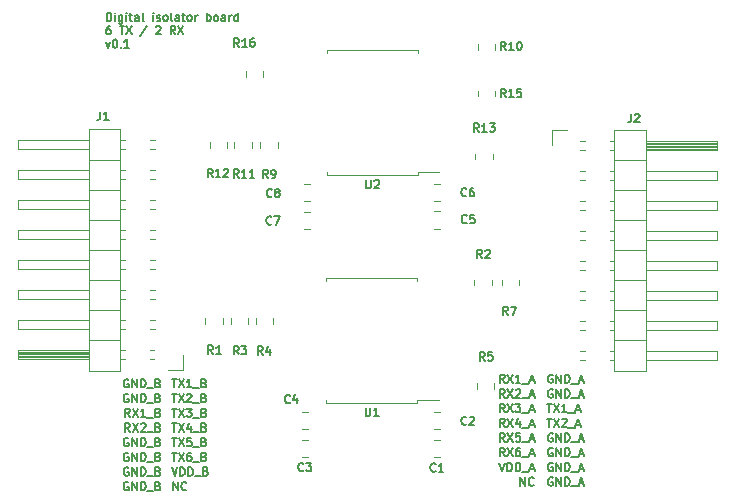
<source format=gto>
G04 #@! TF.GenerationSoftware,KiCad,Pcbnew,(6.0.6)*
G04 #@! TF.CreationDate,2023-08-29T14:40:31+02:00*
G04 #@! TF.ProjectId,digital-isolator-6t2r,64696769-7461-46c2-9d69-736f6c61746f,rev?*
G04 #@! TF.SameCoordinates,Original*
G04 #@! TF.FileFunction,Legend,Top*
G04 #@! TF.FilePolarity,Positive*
%FSLAX46Y46*%
G04 Gerber Fmt 4.6, Leading zero omitted, Abs format (unit mm)*
G04 Created by KiCad (PCBNEW (6.0.6)) date 2023-08-29 14:40:31*
%MOMM*%
%LPD*%
G01*
G04 APERTURE LIST*
%ADD10C,0.150000*%
%ADD11C,0.120000*%
%ADD12C,3.200000*%
%ADD13R,1.700000X1.700000*%
%ADD14O,1.700000X1.700000*%
G04 APERTURE END LIST*
D10*
X114950833Y-64514285D02*
X114884166Y-64480951D01*
X114784166Y-64480951D01*
X114684166Y-64514285D01*
X114617500Y-64580951D01*
X114584166Y-64647618D01*
X114550833Y-64780951D01*
X114550833Y-64880951D01*
X114584166Y-65014285D01*
X114617500Y-65080951D01*
X114684166Y-65147618D01*
X114784166Y-65180951D01*
X114850833Y-65180951D01*
X114950833Y-65147618D01*
X114984166Y-65114285D01*
X114984166Y-64880951D01*
X114850833Y-64880951D01*
X115284166Y-65180951D02*
X115284166Y-64480951D01*
X115684166Y-65180951D01*
X115684166Y-64480951D01*
X116017500Y-65180951D02*
X116017500Y-64480951D01*
X116184166Y-64480951D01*
X116284166Y-64514285D01*
X116350833Y-64580951D01*
X116384166Y-64647618D01*
X116417500Y-64780951D01*
X116417500Y-64880951D01*
X116384166Y-65014285D01*
X116350833Y-65080951D01*
X116284166Y-65147618D01*
X116184166Y-65180951D01*
X116017500Y-65180951D01*
X116550833Y-65247618D02*
X117084166Y-65247618D01*
X117217500Y-64980951D02*
X117550833Y-64980951D01*
X117150833Y-65180951D02*
X117384166Y-64480951D01*
X117617500Y-65180951D01*
X114950833Y-68247140D02*
X114884166Y-68213806D01*
X114784166Y-68213806D01*
X114684166Y-68247140D01*
X114617500Y-68313806D01*
X114584166Y-68380473D01*
X114550833Y-68513806D01*
X114550833Y-68613806D01*
X114584166Y-68747140D01*
X114617500Y-68813806D01*
X114684166Y-68880473D01*
X114784166Y-68913806D01*
X114850833Y-68913806D01*
X114950833Y-68880473D01*
X114984166Y-68847140D01*
X114984166Y-68613806D01*
X114850833Y-68613806D01*
X115284166Y-68913806D02*
X115284166Y-68213806D01*
X115684166Y-68913806D01*
X115684166Y-68213806D01*
X116017500Y-68913806D02*
X116017500Y-68213806D01*
X116184166Y-68213806D01*
X116284166Y-68247140D01*
X116350833Y-68313806D01*
X116384166Y-68380473D01*
X116417500Y-68513806D01*
X116417500Y-68613806D01*
X116384166Y-68747140D01*
X116350833Y-68813806D01*
X116284166Y-68880473D01*
X116184166Y-68913806D01*
X116017500Y-68913806D01*
X116550833Y-68980473D02*
X117084166Y-68980473D01*
X117217500Y-68713806D02*
X117550833Y-68713806D01*
X117150833Y-68913806D02*
X117384166Y-68213806D01*
X117617500Y-68913806D01*
X79030833Y-63661430D02*
X78964166Y-63628096D01*
X78864166Y-63628096D01*
X78764166Y-63661430D01*
X78697500Y-63728096D01*
X78664166Y-63794763D01*
X78630833Y-63928096D01*
X78630833Y-64028096D01*
X78664166Y-64161430D01*
X78697500Y-64228096D01*
X78764166Y-64294763D01*
X78864166Y-64328096D01*
X78930833Y-64328096D01*
X79030833Y-64294763D01*
X79064166Y-64261430D01*
X79064166Y-64028096D01*
X78930833Y-64028096D01*
X79364166Y-64328096D02*
X79364166Y-63628096D01*
X79764166Y-64328096D01*
X79764166Y-63628096D01*
X80097500Y-64328096D02*
X80097500Y-63628096D01*
X80264166Y-63628096D01*
X80364166Y-63661430D01*
X80430833Y-63728096D01*
X80464166Y-63794763D01*
X80497500Y-63928096D01*
X80497500Y-64028096D01*
X80464166Y-64161430D01*
X80430833Y-64228096D01*
X80364166Y-64294763D01*
X80264166Y-64328096D01*
X80097500Y-64328096D01*
X80630833Y-64394763D02*
X81164166Y-64394763D01*
X81564166Y-63961430D02*
X81664166Y-63994763D01*
X81697500Y-64028096D01*
X81730833Y-64094763D01*
X81730833Y-64194763D01*
X81697500Y-64261430D01*
X81664166Y-64294763D01*
X81597500Y-64328096D01*
X81330833Y-64328096D01*
X81330833Y-63628096D01*
X81564166Y-63628096D01*
X81630833Y-63661430D01*
X81664166Y-63694763D01*
X81697500Y-63761430D01*
X81697500Y-63828096D01*
X81664166Y-63894763D01*
X81630833Y-63928096D01*
X81564166Y-63961430D01*
X81330833Y-63961430D01*
X110890832Y-66425236D02*
X110657499Y-66091903D01*
X110490832Y-66425236D02*
X110490832Y-65725236D01*
X110757499Y-65725236D01*
X110824166Y-65758570D01*
X110857499Y-65791903D01*
X110890832Y-65858570D01*
X110890832Y-65958570D01*
X110857499Y-66025236D01*
X110824166Y-66058570D01*
X110757499Y-66091903D01*
X110490832Y-66091903D01*
X111124166Y-65725236D02*
X111590832Y-66425236D01*
X111590832Y-65725236D02*
X111124166Y-66425236D01*
X111790832Y-65725236D02*
X112224166Y-65725236D01*
X111990832Y-65991903D01*
X112090832Y-65991903D01*
X112157499Y-66025236D01*
X112190832Y-66058570D01*
X112224166Y-66125236D01*
X112224166Y-66291903D01*
X112190832Y-66358570D01*
X112157499Y-66391903D01*
X112090832Y-66425236D01*
X111890832Y-66425236D01*
X111824166Y-66391903D01*
X111790832Y-66358570D01*
X112357499Y-66491903D02*
X112890832Y-66491903D01*
X113024166Y-66225236D02*
X113357499Y-66225236D01*
X112957499Y-66425236D02*
X113190832Y-65725236D01*
X113424166Y-66425236D01*
X114950833Y-71979995D02*
X114884166Y-71946661D01*
X114784166Y-71946661D01*
X114684166Y-71979995D01*
X114617500Y-72046661D01*
X114584166Y-72113328D01*
X114550833Y-72246661D01*
X114550833Y-72346661D01*
X114584166Y-72479995D01*
X114617500Y-72546661D01*
X114684166Y-72613328D01*
X114784166Y-72646661D01*
X114850833Y-72646661D01*
X114950833Y-72613328D01*
X114984166Y-72579995D01*
X114984166Y-72346661D01*
X114850833Y-72346661D01*
X115284166Y-72646661D02*
X115284166Y-71946661D01*
X115684166Y-72646661D01*
X115684166Y-71946661D01*
X116017500Y-72646661D02*
X116017500Y-71946661D01*
X116184166Y-71946661D01*
X116284166Y-71979995D01*
X116350833Y-72046661D01*
X116384166Y-72113328D01*
X116417500Y-72246661D01*
X116417500Y-72346661D01*
X116384166Y-72479995D01*
X116350833Y-72546661D01*
X116284166Y-72613328D01*
X116184166Y-72646661D01*
X116017500Y-72646661D01*
X116550833Y-72713328D02*
X117084166Y-72713328D01*
X117217500Y-72446661D02*
X117550833Y-72446661D01*
X117150833Y-72646661D02*
X117384166Y-71946661D01*
X117617500Y-72646661D01*
X82724166Y-63628096D02*
X83124166Y-63628096D01*
X82924166Y-64328096D02*
X82924166Y-63628096D01*
X83290833Y-63628096D02*
X83757500Y-64328096D01*
X83757500Y-63628096D02*
X83290833Y-64328096D01*
X84390833Y-64328096D02*
X83990833Y-64328096D01*
X84190833Y-64328096D02*
X84190833Y-63628096D01*
X84124166Y-63728096D01*
X84057500Y-63794763D01*
X83990833Y-63828096D01*
X84524166Y-64394763D02*
X85057500Y-64394763D01*
X85457500Y-63961430D02*
X85557500Y-63994763D01*
X85590833Y-64028096D01*
X85624166Y-64094763D01*
X85624166Y-64194763D01*
X85590833Y-64261430D01*
X85557500Y-64294763D01*
X85490833Y-64328096D01*
X85224166Y-64328096D01*
X85224166Y-63628096D01*
X85457500Y-63628096D01*
X85524166Y-63661430D01*
X85557500Y-63694763D01*
X85590833Y-63761430D01*
X85590833Y-63828096D01*
X85557500Y-63894763D01*
X85524166Y-63928096D01*
X85457500Y-63961430D01*
X85224166Y-63961430D01*
X114484166Y-66969521D02*
X114884166Y-66969521D01*
X114684166Y-67669521D02*
X114684166Y-66969521D01*
X115050833Y-66969521D02*
X115517500Y-67669521D01*
X115517500Y-66969521D02*
X115050833Y-67669521D01*
X115750833Y-67036188D02*
X115784166Y-67002855D01*
X115850833Y-66969521D01*
X116017500Y-66969521D01*
X116084166Y-67002855D01*
X116117500Y-67036188D01*
X116150833Y-67102855D01*
X116150833Y-67169521D01*
X116117500Y-67269521D01*
X115717500Y-67669521D01*
X116150833Y-67669521D01*
X116284166Y-67736188D02*
X116817500Y-67736188D01*
X116950833Y-67469521D02*
X117284166Y-67469521D01*
X116884166Y-67669521D02*
X117117500Y-66969521D01*
X117350833Y-67669521D01*
X114950833Y-63270000D02*
X114884166Y-63236666D01*
X114784166Y-63236666D01*
X114684166Y-63270000D01*
X114617500Y-63336666D01*
X114584166Y-63403333D01*
X114550833Y-63536666D01*
X114550833Y-63636666D01*
X114584166Y-63770000D01*
X114617500Y-63836666D01*
X114684166Y-63903333D01*
X114784166Y-63936666D01*
X114850833Y-63936666D01*
X114950833Y-63903333D01*
X114984166Y-63870000D01*
X114984166Y-63636666D01*
X114850833Y-63636666D01*
X115284166Y-63936666D02*
X115284166Y-63236666D01*
X115684166Y-63936666D01*
X115684166Y-63236666D01*
X116017500Y-63936666D02*
X116017500Y-63236666D01*
X116184166Y-63236666D01*
X116284166Y-63270000D01*
X116350833Y-63336666D01*
X116384166Y-63403333D01*
X116417500Y-63536666D01*
X116417500Y-63636666D01*
X116384166Y-63770000D01*
X116350833Y-63836666D01*
X116284166Y-63903333D01*
X116184166Y-63936666D01*
X116017500Y-63936666D01*
X116550833Y-64003333D02*
X117084166Y-64003333D01*
X117217500Y-63736666D02*
X117550833Y-63736666D01*
X117150833Y-63936666D02*
X117384166Y-63236666D01*
X117617500Y-63936666D01*
X79164166Y-66816666D02*
X78930833Y-66483333D01*
X78764166Y-66816666D02*
X78764166Y-66116666D01*
X79030833Y-66116666D01*
X79097500Y-66150000D01*
X79130833Y-66183333D01*
X79164166Y-66250000D01*
X79164166Y-66350000D01*
X79130833Y-66416666D01*
X79097500Y-66450000D01*
X79030833Y-66483333D01*
X78764166Y-66483333D01*
X79397500Y-66116666D02*
X79864166Y-66816666D01*
X79864166Y-66116666D02*
X79397500Y-66816666D01*
X80497500Y-66816666D02*
X80097500Y-66816666D01*
X80297500Y-66816666D02*
X80297500Y-66116666D01*
X80230833Y-66216666D01*
X80164166Y-66283333D01*
X80097500Y-66316666D01*
X80630833Y-66883333D02*
X81164166Y-66883333D01*
X81564166Y-66450000D02*
X81664166Y-66483333D01*
X81697500Y-66516666D01*
X81730833Y-66583333D01*
X81730833Y-66683333D01*
X81697500Y-66750000D01*
X81664166Y-66783333D01*
X81597500Y-66816666D01*
X81330833Y-66816666D01*
X81330833Y-66116666D01*
X81564166Y-66116666D01*
X81630833Y-66150000D01*
X81664166Y-66183333D01*
X81697500Y-66250000D01*
X81697500Y-66316666D01*
X81664166Y-66383333D01*
X81630833Y-66416666D01*
X81564166Y-66450000D01*
X81330833Y-66450000D01*
X79030833Y-69882855D02*
X78964166Y-69849521D01*
X78864166Y-69849521D01*
X78764166Y-69882855D01*
X78697500Y-69949521D01*
X78664166Y-70016188D01*
X78630833Y-70149521D01*
X78630833Y-70249521D01*
X78664166Y-70382855D01*
X78697500Y-70449521D01*
X78764166Y-70516188D01*
X78864166Y-70549521D01*
X78930833Y-70549521D01*
X79030833Y-70516188D01*
X79064166Y-70482855D01*
X79064166Y-70249521D01*
X78930833Y-70249521D01*
X79364166Y-70549521D02*
X79364166Y-69849521D01*
X79764166Y-70549521D01*
X79764166Y-69849521D01*
X80097500Y-70549521D02*
X80097500Y-69849521D01*
X80264166Y-69849521D01*
X80364166Y-69882855D01*
X80430833Y-69949521D01*
X80464166Y-70016188D01*
X80497500Y-70149521D01*
X80497500Y-70249521D01*
X80464166Y-70382855D01*
X80430833Y-70449521D01*
X80364166Y-70516188D01*
X80264166Y-70549521D01*
X80097500Y-70549521D01*
X80630833Y-70616188D02*
X81164166Y-70616188D01*
X81564166Y-70182855D02*
X81664166Y-70216188D01*
X81697500Y-70249521D01*
X81730833Y-70316188D01*
X81730833Y-70416188D01*
X81697500Y-70482855D01*
X81664166Y-70516188D01*
X81597500Y-70549521D01*
X81330833Y-70549521D01*
X81330833Y-69849521D01*
X81564166Y-69849521D01*
X81630833Y-69882855D01*
X81664166Y-69916188D01*
X81697500Y-69982855D01*
X81697500Y-70049521D01*
X81664166Y-70116188D01*
X81630833Y-70149521D01*
X81564166Y-70182855D01*
X81330833Y-70182855D01*
X79030833Y-71127140D02*
X78964166Y-71093806D01*
X78864166Y-71093806D01*
X78764166Y-71127140D01*
X78697500Y-71193806D01*
X78664166Y-71260473D01*
X78630833Y-71393806D01*
X78630833Y-71493806D01*
X78664166Y-71627140D01*
X78697500Y-71693806D01*
X78764166Y-71760473D01*
X78864166Y-71793806D01*
X78930833Y-71793806D01*
X79030833Y-71760473D01*
X79064166Y-71727140D01*
X79064166Y-71493806D01*
X78930833Y-71493806D01*
X79364166Y-71793806D02*
X79364166Y-71093806D01*
X79764166Y-71793806D01*
X79764166Y-71093806D01*
X80097500Y-71793806D02*
X80097500Y-71093806D01*
X80264166Y-71093806D01*
X80364166Y-71127140D01*
X80430833Y-71193806D01*
X80464166Y-71260473D01*
X80497500Y-71393806D01*
X80497500Y-71493806D01*
X80464166Y-71627140D01*
X80430833Y-71693806D01*
X80364166Y-71760473D01*
X80264166Y-71793806D01*
X80097500Y-71793806D01*
X80630833Y-71860473D02*
X81164166Y-71860473D01*
X81564166Y-71427140D02*
X81664166Y-71460473D01*
X81697500Y-71493806D01*
X81730833Y-71560473D01*
X81730833Y-71660473D01*
X81697500Y-71727140D01*
X81664166Y-71760473D01*
X81597500Y-71793806D01*
X81330833Y-71793806D01*
X81330833Y-71093806D01*
X81564166Y-71093806D01*
X81630833Y-71127140D01*
X81664166Y-71160473D01*
X81697500Y-71227140D01*
X81697500Y-71293806D01*
X81664166Y-71360473D01*
X81630833Y-71393806D01*
X81564166Y-71427140D01*
X81330833Y-71427140D01*
X79164166Y-68060951D02*
X78930833Y-67727618D01*
X78764166Y-68060951D02*
X78764166Y-67360951D01*
X79030833Y-67360951D01*
X79097500Y-67394285D01*
X79130833Y-67427618D01*
X79164166Y-67494285D01*
X79164166Y-67594285D01*
X79130833Y-67660951D01*
X79097500Y-67694285D01*
X79030833Y-67727618D01*
X78764166Y-67727618D01*
X79397500Y-67360951D02*
X79864166Y-68060951D01*
X79864166Y-67360951D02*
X79397500Y-68060951D01*
X80097500Y-67427618D02*
X80130833Y-67394285D01*
X80197500Y-67360951D01*
X80364166Y-67360951D01*
X80430833Y-67394285D01*
X80464166Y-67427618D01*
X80497500Y-67494285D01*
X80497500Y-67560951D01*
X80464166Y-67660951D01*
X80064166Y-68060951D01*
X80497500Y-68060951D01*
X80630833Y-68127618D02*
X81164166Y-68127618D01*
X81564166Y-67694285D02*
X81664166Y-67727618D01*
X81697500Y-67760951D01*
X81730833Y-67827618D01*
X81730833Y-67927618D01*
X81697500Y-67994285D01*
X81664166Y-68027618D01*
X81597500Y-68060951D01*
X81330833Y-68060951D01*
X81330833Y-67360951D01*
X81564166Y-67360951D01*
X81630833Y-67394285D01*
X81664166Y-67427618D01*
X81697500Y-67494285D01*
X81697500Y-67560951D01*
X81664166Y-67627618D01*
X81630833Y-67660951D01*
X81564166Y-67694285D01*
X81330833Y-67694285D01*
X112224166Y-72646661D02*
X112224166Y-71946661D01*
X112624166Y-72646661D01*
X112624166Y-71946661D01*
X113357500Y-72579995D02*
X113324166Y-72613328D01*
X113224166Y-72646661D01*
X113157500Y-72646661D01*
X113057500Y-72613328D01*
X112990833Y-72546661D01*
X112957500Y-72479995D01*
X112924166Y-72346661D01*
X112924166Y-72246661D01*
X112957500Y-72113328D01*
X112990833Y-72046661D01*
X113057500Y-71979995D01*
X113157500Y-71946661D01*
X113224166Y-71946661D01*
X113324166Y-71979995D01*
X113357500Y-72013328D01*
X82724166Y-66116666D02*
X83124166Y-66116666D01*
X82924166Y-66816666D02*
X82924166Y-66116666D01*
X83290833Y-66116666D02*
X83757500Y-66816666D01*
X83757500Y-66116666D02*
X83290833Y-66816666D01*
X83957500Y-66116666D02*
X84390833Y-66116666D01*
X84157500Y-66383333D01*
X84257500Y-66383333D01*
X84324166Y-66416666D01*
X84357500Y-66450000D01*
X84390833Y-66516666D01*
X84390833Y-66683333D01*
X84357500Y-66750000D01*
X84324166Y-66783333D01*
X84257500Y-66816666D01*
X84057500Y-66816666D01*
X83990833Y-66783333D01*
X83957500Y-66750000D01*
X84524166Y-66883333D02*
X85057500Y-66883333D01*
X85457500Y-66450000D02*
X85557500Y-66483333D01*
X85590833Y-66516666D01*
X85624166Y-66583333D01*
X85624166Y-66683333D01*
X85590833Y-66750000D01*
X85557500Y-66783333D01*
X85490833Y-66816666D01*
X85224166Y-66816666D01*
X85224166Y-66116666D01*
X85457500Y-66116666D01*
X85524166Y-66150000D01*
X85557500Y-66183333D01*
X85590833Y-66250000D01*
X85590833Y-66316666D01*
X85557500Y-66383333D01*
X85524166Y-66416666D01*
X85457500Y-66450000D01*
X85224166Y-66450000D01*
X82724166Y-64872381D02*
X83124166Y-64872381D01*
X82924166Y-65572381D02*
X82924166Y-64872381D01*
X83290833Y-64872381D02*
X83757500Y-65572381D01*
X83757500Y-64872381D02*
X83290833Y-65572381D01*
X83990833Y-64939048D02*
X84024166Y-64905715D01*
X84090833Y-64872381D01*
X84257500Y-64872381D01*
X84324166Y-64905715D01*
X84357500Y-64939048D01*
X84390833Y-65005715D01*
X84390833Y-65072381D01*
X84357500Y-65172381D01*
X83957500Y-65572381D01*
X84390833Y-65572381D01*
X84524166Y-65639048D02*
X85057500Y-65639048D01*
X85457500Y-65205715D02*
X85557500Y-65239048D01*
X85590833Y-65272381D01*
X85624166Y-65339048D01*
X85624166Y-65439048D01*
X85590833Y-65505715D01*
X85557500Y-65539048D01*
X85490833Y-65572381D01*
X85224166Y-65572381D01*
X85224166Y-64872381D01*
X85457500Y-64872381D01*
X85524166Y-64905715D01*
X85557500Y-64939048D01*
X85590833Y-65005715D01*
X85590833Y-65072381D01*
X85557500Y-65139048D01*
X85524166Y-65172381D01*
X85457500Y-65205715D01*
X85224166Y-65205715D01*
X110890832Y-67669521D02*
X110657499Y-67336188D01*
X110490832Y-67669521D02*
X110490832Y-66969521D01*
X110757499Y-66969521D01*
X110824166Y-67002855D01*
X110857499Y-67036188D01*
X110890832Y-67102855D01*
X110890832Y-67202855D01*
X110857499Y-67269521D01*
X110824166Y-67302855D01*
X110757499Y-67336188D01*
X110490832Y-67336188D01*
X111124166Y-66969521D02*
X111590832Y-67669521D01*
X111590832Y-66969521D02*
X111124166Y-67669521D01*
X112157499Y-67202855D02*
X112157499Y-67669521D01*
X111990832Y-66936188D02*
X111824166Y-67436188D01*
X112257499Y-67436188D01*
X112357499Y-67736188D02*
X112890832Y-67736188D01*
X113024166Y-67469521D02*
X113357499Y-67469521D01*
X112957499Y-67669521D02*
X113190832Y-66969521D01*
X113424166Y-67669521D01*
X114484166Y-65725236D02*
X114884166Y-65725236D01*
X114684166Y-66425236D02*
X114684166Y-65725236D01*
X115050833Y-65725236D02*
X115517500Y-66425236D01*
X115517500Y-65725236D02*
X115050833Y-66425236D01*
X116150833Y-66425236D02*
X115750833Y-66425236D01*
X115950833Y-66425236D02*
X115950833Y-65725236D01*
X115884166Y-65825236D01*
X115817500Y-65891903D01*
X115750833Y-65925236D01*
X116284166Y-66491903D02*
X116817500Y-66491903D01*
X116950833Y-66225236D02*
X117284166Y-66225236D01*
X116884166Y-66425236D02*
X117117500Y-65725236D01*
X117350833Y-66425236D01*
X82724166Y-69849521D02*
X83124166Y-69849521D01*
X82924166Y-70549521D02*
X82924166Y-69849521D01*
X83290833Y-69849521D02*
X83757500Y-70549521D01*
X83757500Y-69849521D02*
X83290833Y-70549521D01*
X84324166Y-69849521D02*
X84190833Y-69849521D01*
X84124166Y-69882855D01*
X84090833Y-69916188D01*
X84024166Y-70016188D01*
X83990833Y-70149521D01*
X83990833Y-70416188D01*
X84024166Y-70482855D01*
X84057500Y-70516188D01*
X84124166Y-70549521D01*
X84257500Y-70549521D01*
X84324166Y-70516188D01*
X84357500Y-70482855D01*
X84390833Y-70416188D01*
X84390833Y-70249521D01*
X84357500Y-70182855D01*
X84324166Y-70149521D01*
X84257500Y-70116188D01*
X84124166Y-70116188D01*
X84057500Y-70149521D01*
X84024166Y-70182855D01*
X83990833Y-70249521D01*
X84524166Y-70616188D02*
X85057500Y-70616188D01*
X85457500Y-70182855D02*
X85557500Y-70216188D01*
X85590833Y-70249521D01*
X85624166Y-70316188D01*
X85624166Y-70416188D01*
X85590833Y-70482855D01*
X85557500Y-70516188D01*
X85490833Y-70549521D01*
X85224166Y-70549521D01*
X85224166Y-69849521D01*
X85457500Y-69849521D01*
X85524166Y-69882855D01*
X85557500Y-69916188D01*
X85590833Y-69982855D01*
X85590833Y-70049521D01*
X85557500Y-70116188D01*
X85524166Y-70149521D01*
X85457500Y-70182855D01*
X85224166Y-70182855D01*
X77204166Y-33299666D02*
X77204166Y-32599666D01*
X77370833Y-32599666D01*
X77470833Y-32633000D01*
X77537500Y-32699666D01*
X77570833Y-32766333D01*
X77604166Y-32899666D01*
X77604166Y-32999666D01*
X77570833Y-33133000D01*
X77537500Y-33199666D01*
X77470833Y-33266333D01*
X77370833Y-33299666D01*
X77204166Y-33299666D01*
X77904166Y-33299666D02*
X77904166Y-32833000D01*
X77904166Y-32599666D02*
X77870833Y-32633000D01*
X77904166Y-32666333D01*
X77937500Y-32633000D01*
X77904166Y-32599666D01*
X77904166Y-32666333D01*
X78537500Y-32833000D02*
X78537500Y-33399666D01*
X78504166Y-33466333D01*
X78470833Y-33499666D01*
X78404166Y-33533000D01*
X78304166Y-33533000D01*
X78237500Y-33499666D01*
X78537500Y-33266333D02*
X78470833Y-33299666D01*
X78337500Y-33299666D01*
X78270833Y-33266333D01*
X78237500Y-33233000D01*
X78204166Y-33166333D01*
X78204166Y-32966333D01*
X78237500Y-32899666D01*
X78270833Y-32866333D01*
X78337500Y-32833000D01*
X78470833Y-32833000D01*
X78537500Y-32866333D01*
X78870833Y-33299666D02*
X78870833Y-32833000D01*
X78870833Y-32599666D02*
X78837500Y-32633000D01*
X78870833Y-32666333D01*
X78904166Y-32633000D01*
X78870833Y-32599666D01*
X78870833Y-32666333D01*
X79104166Y-32833000D02*
X79370833Y-32833000D01*
X79204166Y-32599666D02*
X79204166Y-33199666D01*
X79237500Y-33266333D01*
X79304166Y-33299666D01*
X79370833Y-33299666D01*
X79904166Y-33299666D02*
X79904166Y-32933000D01*
X79870833Y-32866333D01*
X79804166Y-32833000D01*
X79670833Y-32833000D01*
X79604166Y-32866333D01*
X79904166Y-33266333D02*
X79837500Y-33299666D01*
X79670833Y-33299666D01*
X79604166Y-33266333D01*
X79570833Y-33199666D01*
X79570833Y-33133000D01*
X79604166Y-33066333D01*
X79670833Y-33033000D01*
X79837500Y-33033000D01*
X79904166Y-32999666D01*
X80337500Y-33299666D02*
X80270833Y-33266333D01*
X80237500Y-33199666D01*
X80237500Y-32599666D01*
X81137500Y-33299666D02*
X81137500Y-32833000D01*
X81137500Y-32599666D02*
X81104166Y-32633000D01*
X81137500Y-32666333D01*
X81170833Y-32633000D01*
X81137500Y-32599666D01*
X81137500Y-32666333D01*
X81437500Y-33266333D02*
X81504166Y-33299666D01*
X81637500Y-33299666D01*
X81704166Y-33266333D01*
X81737500Y-33199666D01*
X81737500Y-33166333D01*
X81704166Y-33099666D01*
X81637500Y-33066333D01*
X81537500Y-33066333D01*
X81470833Y-33033000D01*
X81437500Y-32966333D01*
X81437500Y-32933000D01*
X81470833Y-32866333D01*
X81537500Y-32833000D01*
X81637500Y-32833000D01*
X81704166Y-32866333D01*
X82137500Y-33299666D02*
X82070833Y-33266333D01*
X82037500Y-33233000D01*
X82004166Y-33166333D01*
X82004166Y-32966333D01*
X82037500Y-32899666D01*
X82070833Y-32866333D01*
X82137500Y-32833000D01*
X82237500Y-32833000D01*
X82304166Y-32866333D01*
X82337500Y-32899666D01*
X82370833Y-32966333D01*
X82370833Y-33166333D01*
X82337500Y-33233000D01*
X82304166Y-33266333D01*
X82237500Y-33299666D01*
X82137500Y-33299666D01*
X82770833Y-33299666D02*
X82704166Y-33266333D01*
X82670833Y-33199666D01*
X82670833Y-32599666D01*
X83337500Y-33299666D02*
X83337500Y-32933000D01*
X83304166Y-32866333D01*
X83237500Y-32833000D01*
X83104166Y-32833000D01*
X83037500Y-32866333D01*
X83337500Y-33266333D02*
X83270833Y-33299666D01*
X83104166Y-33299666D01*
X83037500Y-33266333D01*
X83004166Y-33199666D01*
X83004166Y-33133000D01*
X83037500Y-33066333D01*
X83104166Y-33033000D01*
X83270833Y-33033000D01*
X83337500Y-32999666D01*
X83570833Y-32833000D02*
X83837500Y-32833000D01*
X83670833Y-32599666D02*
X83670833Y-33199666D01*
X83704166Y-33266333D01*
X83770833Y-33299666D01*
X83837500Y-33299666D01*
X84170833Y-33299666D02*
X84104166Y-33266333D01*
X84070833Y-33233000D01*
X84037500Y-33166333D01*
X84037500Y-32966333D01*
X84070833Y-32899666D01*
X84104166Y-32866333D01*
X84170833Y-32833000D01*
X84270833Y-32833000D01*
X84337500Y-32866333D01*
X84370833Y-32899666D01*
X84404166Y-32966333D01*
X84404166Y-33166333D01*
X84370833Y-33233000D01*
X84337500Y-33266333D01*
X84270833Y-33299666D01*
X84170833Y-33299666D01*
X84704166Y-33299666D02*
X84704166Y-32833000D01*
X84704166Y-32966333D02*
X84737500Y-32899666D01*
X84770833Y-32866333D01*
X84837500Y-32833000D01*
X84904166Y-32833000D01*
X85670833Y-33299666D02*
X85670833Y-32599666D01*
X85670833Y-32866333D02*
X85737500Y-32833000D01*
X85870833Y-32833000D01*
X85937500Y-32866333D01*
X85970833Y-32899666D01*
X86004166Y-32966333D01*
X86004166Y-33166333D01*
X85970833Y-33233000D01*
X85937500Y-33266333D01*
X85870833Y-33299666D01*
X85737500Y-33299666D01*
X85670833Y-33266333D01*
X86404166Y-33299666D02*
X86337500Y-33266333D01*
X86304166Y-33233000D01*
X86270833Y-33166333D01*
X86270833Y-32966333D01*
X86304166Y-32899666D01*
X86337500Y-32866333D01*
X86404166Y-32833000D01*
X86504166Y-32833000D01*
X86570833Y-32866333D01*
X86604166Y-32899666D01*
X86637500Y-32966333D01*
X86637500Y-33166333D01*
X86604166Y-33233000D01*
X86570833Y-33266333D01*
X86504166Y-33299666D01*
X86404166Y-33299666D01*
X87237500Y-33299666D02*
X87237500Y-32933000D01*
X87204166Y-32866333D01*
X87137500Y-32833000D01*
X87004166Y-32833000D01*
X86937500Y-32866333D01*
X87237500Y-33266333D02*
X87170833Y-33299666D01*
X87004166Y-33299666D01*
X86937500Y-33266333D01*
X86904166Y-33199666D01*
X86904166Y-33133000D01*
X86937500Y-33066333D01*
X87004166Y-33033000D01*
X87170833Y-33033000D01*
X87237500Y-32999666D01*
X87570833Y-33299666D02*
X87570833Y-32833000D01*
X87570833Y-32966333D02*
X87604166Y-32899666D01*
X87637500Y-32866333D01*
X87704166Y-32833000D01*
X87770833Y-32833000D01*
X88304166Y-33299666D02*
X88304166Y-32599666D01*
X88304166Y-33266333D02*
X88237500Y-33299666D01*
X88104166Y-33299666D01*
X88037500Y-33266333D01*
X88004166Y-33233000D01*
X87970833Y-33166333D01*
X87970833Y-32966333D01*
X88004166Y-32899666D01*
X88037500Y-32866333D01*
X88104166Y-32833000D01*
X88237500Y-32833000D01*
X88304166Y-32866333D01*
X77504166Y-33726666D02*
X77370833Y-33726666D01*
X77304166Y-33760000D01*
X77270833Y-33793333D01*
X77204166Y-33893333D01*
X77170833Y-34026666D01*
X77170833Y-34293333D01*
X77204166Y-34360000D01*
X77237500Y-34393333D01*
X77304166Y-34426666D01*
X77437500Y-34426666D01*
X77504166Y-34393333D01*
X77537500Y-34360000D01*
X77570833Y-34293333D01*
X77570833Y-34126666D01*
X77537500Y-34060000D01*
X77504166Y-34026666D01*
X77437500Y-33993333D01*
X77304166Y-33993333D01*
X77237500Y-34026666D01*
X77204166Y-34060000D01*
X77170833Y-34126666D01*
X78304166Y-33726666D02*
X78704166Y-33726666D01*
X78504166Y-34426666D02*
X78504166Y-33726666D01*
X78870833Y-33726666D02*
X79337500Y-34426666D01*
X79337500Y-33726666D02*
X78870833Y-34426666D01*
X80637500Y-33693333D02*
X80037500Y-34593333D01*
X81370833Y-33793333D02*
X81404166Y-33760000D01*
X81470833Y-33726666D01*
X81637500Y-33726666D01*
X81704166Y-33760000D01*
X81737500Y-33793333D01*
X81770833Y-33860000D01*
X81770833Y-33926666D01*
X81737500Y-34026666D01*
X81337500Y-34426666D01*
X81770833Y-34426666D01*
X83004166Y-34426666D02*
X82770833Y-34093333D01*
X82604166Y-34426666D02*
X82604166Y-33726666D01*
X82870833Y-33726666D01*
X82937500Y-33760000D01*
X82970833Y-33793333D01*
X83004166Y-33860000D01*
X83004166Y-33960000D01*
X82970833Y-34026666D01*
X82937500Y-34060000D01*
X82870833Y-34093333D01*
X82604166Y-34093333D01*
X83237500Y-33726666D02*
X83704166Y-34426666D01*
X83704166Y-33726666D02*
X83237500Y-34426666D01*
X77137500Y-35087000D02*
X77304166Y-35553666D01*
X77470833Y-35087000D01*
X77870833Y-34853666D02*
X77937500Y-34853666D01*
X78004166Y-34887000D01*
X78037500Y-34920333D01*
X78070833Y-34987000D01*
X78104166Y-35120333D01*
X78104166Y-35287000D01*
X78070833Y-35420333D01*
X78037500Y-35487000D01*
X78004166Y-35520333D01*
X77937500Y-35553666D01*
X77870833Y-35553666D01*
X77804166Y-35520333D01*
X77770833Y-35487000D01*
X77737500Y-35420333D01*
X77704166Y-35287000D01*
X77704166Y-35120333D01*
X77737500Y-34987000D01*
X77770833Y-34920333D01*
X77804166Y-34887000D01*
X77870833Y-34853666D01*
X78404166Y-35487000D02*
X78437500Y-35520333D01*
X78404166Y-35553666D01*
X78370833Y-35520333D01*
X78404166Y-35487000D01*
X78404166Y-35553666D01*
X79104166Y-35553666D02*
X78704166Y-35553666D01*
X78904166Y-35553666D02*
X78904166Y-34853666D01*
X78837500Y-34953666D01*
X78770833Y-35020333D01*
X78704166Y-35053666D01*
X82724166Y-68605236D02*
X83124166Y-68605236D01*
X82924166Y-69305236D02*
X82924166Y-68605236D01*
X83290833Y-68605236D02*
X83757500Y-69305236D01*
X83757500Y-68605236D02*
X83290833Y-69305236D01*
X84357500Y-68605236D02*
X84024166Y-68605236D01*
X83990833Y-68938570D01*
X84024166Y-68905236D01*
X84090833Y-68871903D01*
X84257500Y-68871903D01*
X84324166Y-68905236D01*
X84357500Y-68938570D01*
X84390833Y-69005236D01*
X84390833Y-69171903D01*
X84357500Y-69238570D01*
X84324166Y-69271903D01*
X84257500Y-69305236D01*
X84090833Y-69305236D01*
X84024166Y-69271903D01*
X83990833Y-69238570D01*
X84524166Y-69371903D02*
X85057500Y-69371903D01*
X85457500Y-68938570D02*
X85557500Y-68971903D01*
X85590833Y-69005236D01*
X85624166Y-69071903D01*
X85624166Y-69171903D01*
X85590833Y-69238570D01*
X85557500Y-69271903D01*
X85490833Y-69305236D01*
X85224166Y-69305236D01*
X85224166Y-68605236D01*
X85457500Y-68605236D01*
X85524166Y-68638570D01*
X85557500Y-68671903D01*
X85590833Y-68738570D01*
X85590833Y-68805236D01*
X85557500Y-68871903D01*
X85524166Y-68905236D01*
X85457500Y-68938570D01*
X85224166Y-68938570D01*
X110424166Y-70702376D02*
X110657500Y-71402376D01*
X110890833Y-70702376D01*
X111124166Y-71402376D02*
X111124166Y-70702376D01*
X111290833Y-70702376D01*
X111390833Y-70735710D01*
X111457500Y-70802376D01*
X111490833Y-70869043D01*
X111524166Y-71002376D01*
X111524166Y-71102376D01*
X111490833Y-71235710D01*
X111457500Y-71302376D01*
X111390833Y-71369043D01*
X111290833Y-71402376D01*
X111124166Y-71402376D01*
X111824166Y-71402376D02*
X111824166Y-70702376D01*
X111990833Y-70702376D01*
X112090833Y-70735710D01*
X112157500Y-70802376D01*
X112190833Y-70869043D01*
X112224166Y-71002376D01*
X112224166Y-71102376D01*
X112190833Y-71235710D01*
X112157500Y-71302376D01*
X112090833Y-71369043D01*
X111990833Y-71402376D01*
X111824166Y-71402376D01*
X112357500Y-71469043D02*
X112890833Y-71469043D01*
X113024166Y-71202376D02*
X113357500Y-71202376D01*
X112957500Y-71402376D02*
X113190833Y-70702376D01*
X113424166Y-71402376D01*
X114950833Y-69491425D02*
X114884166Y-69458091D01*
X114784166Y-69458091D01*
X114684166Y-69491425D01*
X114617500Y-69558091D01*
X114584166Y-69624758D01*
X114550833Y-69758091D01*
X114550833Y-69858091D01*
X114584166Y-69991425D01*
X114617500Y-70058091D01*
X114684166Y-70124758D01*
X114784166Y-70158091D01*
X114850833Y-70158091D01*
X114950833Y-70124758D01*
X114984166Y-70091425D01*
X114984166Y-69858091D01*
X114850833Y-69858091D01*
X115284166Y-70158091D02*
X115284166Y-69458091D01*
X115684166Y-70158091D01*
X115684166Y-69458091D01*
X116017500Y-70158091D02*
X116017500Y-69458091D01*
X116184166Y-69458091D01*
X116284166Y-69491425D01*
X116350833Y-69558091D01*
X116384166Y-69624758D01*
X116417500Y-69758091D01*
X116417500Y-69858091D01*
X116384166Y-69991425D01*
X116350833Y-70058091D01*
X116284166Y-70124758D01*
X116184166Y-70158091D01*
X116017500Y-70158091D01*
X116550833Y-70224758D02*
X117084166Y-70224758D01*
X117217500Y-69958091D02*
X117550833Y-69958091D01*
X117150833Y-70158091D02*
X117384166Y-69458091D01*
X117617500Y-70158091D01*
X110890832Y-65180951D02*
X110657499Y-64847618D01*
X110490832Y-65180951D02*
X110490832Y-64480951D01*
X110757499Y-64480951D01*
X110824166Y-64514285D01*
X110857499Y-64547618D01*
X110890832Y-64614285D01*
X110890832Y-64714285D01*
X110857499Y-64780951D01*
X110824166Y-64814285D01*
X110757499Y-64847618D01*
X110490832Y-64847618D01*
X111124166Y-64480951D02*
X111590832Y-65180951D01*
X111590832Y-64480951D02*
X111124166Y-65180951D01*
X111824166Y-64547618D02*
X111857499Y-64514285D01*
X111924166Y-64480951D01*
X112090832Y-64480951D01*
X112157499Y-64514285D01*
X112190832Y-64547618D01*
X112224166Y-64614285D01*
X112224166Y-64680951D01*
X112190832Y-64780951D01*
X111790832Y-65180951D01*
X112224166Y-65180951D01*
X112357499Y-65247618D02*
X112890832Y-65247618D01*
X113024166Y-64980951D02*
X113357499Y-64980951D01*
X112957499Y-65180951D02*
X113190832Y-64480951D01*
X113424166Y-65180951D01*
X110890832Y-70158091D02*
X110657499Y-69824758D01*
X110490832Y-70158091D02*
X110490832Y-69458091D01*
X110757499Y-69458091D01*
X110824166Y-69491425D01*
X110857499Y-69524758D01*
X110890832Y-69591425D01*
X110890832Y-69691425D01*
X110857499Y-69758091D01*
X110824166Y-69791425D01*
X110757499Y-69824758D01*
X110490832Y-69824758D01*
X111124166Y-69458091D02*
X111590832Y-70158091D01*
X111590832Y-69458091D02*
X111124166Y-70158091D01*
X112157499Y-69458091D02*
X112024166Y-69458091D01*
X111957499Y-69491425D01*
X111924166Y-69524758D01*
X111857499Y-69624758D01*
X111824166Y-69758091D01*
X111824166Y-70024758D01*
X111857499Y-70091425D01*
X111890832Y-70124758D01*
X111957499Y-70158091D01*
X112090832Y-70158091D01*
X112157499Y-70124758D01*
X112190832Y-70091425D01*
X112224166Y-70024758D01*
X112224166Y-69858091D01*
X112190832Y-69791425D01*
X112157499Y-69758091D01*
X112090832Y-69724758D01*
X111957499Y-69724758D01*
X111890832Y-69758091D01*
X111857499Y-69791425D01*
X111824166Y-69858091D01*
X112357499Y-70224758D02*
X112890832Y-70224758D01*
X113024166Y-69958091D02*
X113357499Y-69958091D01*
X112957499Y-70158091D02*
X113190832Y-69458091D01*
X113424166Y-70158091D01*
X82824166Y-73038091D02*
X82824166Y-72338091D01*
X83224166Y-73038091D01*
X83224166Y-72338091D01*
X83957500Y-72971425D02*
X83924166Y-73004758D01*
X83824166Y-73038091D01*
X83757500Y-73038091D01*
X83657500Y-73004758D01*
X83590833Y-72938091D01*
X83557500Y-72871425D01*
X83524166Y-72738091D01*
X83524166Y-72638091D01*
X83557500Y-72504758D01*
X83590833Y-72438091D01*
X83657500Y-72371425D01*
X83757500Y-72338091D01*
X83824166Y-72338091D01*
X83924166Y-72371425D01*
X83957500Y-72404758D01*
X114950833Y-70735710D02*
X114884166Y-70702376D01*
X114784166Y-70702376D01*
X114684166Y-70735710D01*
X114617500Y-70802376D01*
X114584166Y-70869043D01*
X114550833Y-71002376D01*
X114550833Y-71102376D01*
X114584166Y-71235710D01*
X114617500Y-71302376D01*
X114684166Y-71369043D01*
X114784166Y-71402376D01*
X114850833Y-71402376D01*
X114950833Y-71369043D01*
X114984166Y-71335710D01*
X114984166Y-71102376D01*
X114850833Y-71102376D01*
X115284166Y-71402376D02*
X115284166Y-70702376D01*
X115684166Y-71402376D01*
X115684166Y-70702376D01*
X116017500Y-71402376D02*
X116017500Y-70702376D01*
X116184166Y-70702376D01*
X116284166Y-70735710D01*
X116350833Y-70802376D01*
X116384166Y-70869043D01*
X116417500Y-71002376D01*
X116417500Y-71102376D01*
X116384166Y-71235710D01*
X116350833Y-71302376D01*
X116284166Y-71369043D01*
X116184166Y-71402376D01*
X116017500Y-71402376D01*
X116550833Y-71469043D02*
X117084166Y-71469043D01*
X117217500Y-71202376D02*
X117550833Y-71202376D01*
X117150833Y-71402376D02*
X117384166Y-70702376D01*
X117617500Y-71402376D01*
X82724166Y-67360951D02*
X83124166Y-67360951D01*
X82924166Y-68060951D02*
X82924166Y-67360951D01*
X83290833Y-67360951D02*
X83757500Y-68060951D01*
X83757500Y-67360951D02*
X83290833Y-68060951D01*
X84324166Y-67594285D02*
X84324166Y-68060951D01*
X84157500Y-67327618D02*
X83990833Y-67827618D01*
X84424166Y-67827618D01*
X84524166Y-68127618D02*
X85057500Y-68127618D01*
X85457500Y-67694285D02*
X85557500Y-67727618D01*
X85590833Y-67760951D01*
X85624166Y-67827618D01*
X85624166Y-67927618D01*
X85590833Y-67994285D01*
X85557500Y-68027618D01*
X85490833Y-68060951D01*
X85224166Y-68060951D01*
X85224166Y-67360951D01*
X85457500Y-67360951D01*
X85524166Y-67394285D01*
X85557500Y-67427618D01*
X85590833Y-67494285D01*
X85590833Y-67560951D01*
X85557500Y-67627618D01*
X85524166Y-67660951D01*
X85457500Y-67694285D01*
X85224166Y-67694285D01*
X79030833Y-68638570D02*
X78964166Y-68605236D01*
X78864166Y-68605236D01*
X78764166Y-68638570D01*
X78697500Y-68705236D01*
X78664166Y-68771903D01*
X78630833Y-68905236D01*
X78630833Y-69005236D01*
X78664166Y-69138570D01*
X78697500Y-69205236D01*
X78764166Y-69271903D01*
X78864166Y-69305236D01*
X78930833Y-69305236D01*
X79030833Y-69271903D01*
X79064166Y-69238570D01*
X79064166Y-69005236D01*
X78930833Y-69005236D01*
X79364166Y-69305236D02*
X79364166Y-68605236D01*
X79764166Y-69305236D01*
X79764166Y-68605236D01*
X80097500Y-69305236D02*
X80097500Y-68605236D01*
X80264166Y-68605236D01*
X80364166Y-68638570D01*
X80430833Y-68705236D01*
X80464166Y-68771903D01*
X80497500Y-68905236D01*
X80497500Y-69005236D01*
X80464166Y-69138570D01*
X80430833Y-69205236D01*
X80364166Y-69271903D01*
X80264166Y-69305236D01*
X80097500Y-69305236D01*
X80630833Y-69371903D02*
X81164166Y-69371903D01*
X81564166Y-68938570D02*
X81664166Y-68971903D01*
X81697500Y-69005236D01*
X81730833Y-69071903D01*
X81730833Y-69171903D01*
X81697500Y-69238570D01*
X81664166Y-69271903D01*
X81597500Y-69305236D01*
X81330833Y-69305236D01*
X81330833Y-68605236D01*
X81564166Y-68605236D01*
X81630833Y-68638570D01*
X81664166Y-68671903D01*
X81697500Y-68738570D01*
X81697500Y-68805236D01*
X81664166Y-68871903D01*
X81630833Y-68905236D01*
X81564166Y-68938570D01*
X81330833Y-68938570D01*
X82724166Y-71093806D02*
X82957500Y-71793806D01*
X83190833Y-71093806D01*
X83424166Y-71793806D02*
X83424166Y-71093806D01*
X83590833Y-71093806D01*
X83690833Y-71127140D01*
X83757500Y-71193806D01*
X83790833Y-71260473D01*
X83824166Y-71393806D01*
X83824166Y-71493806D01*
X83790833Y-71627140D01*
X83757500Y-71693806D01*
X83690833Y-71760473D01*
X83590833Y-71793806D01*
X83424166Y-71793806D01*
X84124166Y-71793806D02*
X84124166Y-71093806D01*
X84290833Y-71093806D01*
X84390833Y-71127140D01*
X84457500Y-71193806D01*
X84490833Y-71260473D01*
X84524166Y-71393806D01*
X84524166Y-71493806D01*
X84490833Y-71627140D01*
X84457500Y-71693806D01*
X84390833Y-71760473D01*
X84290833Y-71793806D01*
X84124166Y-71793806D01*
X84657500Y-71860473D02*
X85190833Y-71860473D01*
X85590833Y-71427140D02*
X85690833Y-71460473D01*
X85724166Y-71493806D01*
X85757500Y-71560473D01*
X85757500Y-71660473D01*
X85724166Y-71727140D01*
X85690833Y-71760473D01*
X85624166Y-71793806D01*
X85357500Y-71793806D01*
X85357500Y-71093806D01*
X85590833Y-71093806D01*
X85657500Y-71127140D01*
X85690833Y-71160473D01*
X85724166Y-71227140D01*
X85724166Y-71293806D01*
X85690833Y-71360473D01*
X85657500Y-71393806D01*
X85590833Y-71427140D01*
X85357500Y-71427140D01*
X79030833Y-64905715D02*
X78964166Y-64872381D01*
X78864166Y-64872381D01*
X78764166Y-64905715D01*
X78697500Y-64972381D01*
X78664166Y-65039048D01*
X78630833Y-65172381D01*
X78630833Y-65272381D01*
X78664166Y-65405715D01*
X78697500Y-65472381D01*
X78764166Y-65539048D01*
X78864166Y-65572381D01*
X78930833Y-65572381D01*
X79030833Y-65539048D01*
X79064166Y-65505715D01*
X79064166Y-65272381D01*
X78930833Y-65272381D01*
X79364166Y-65572381D02*
X79364166Y-64872381D01*
X79764166Y-65572381D01*
X79764166Y-64872381D01*
X80097500Y-65572381D02*
X80097500Y-64872381D01*
X80264166Y-64872381D01*
X80364166Y-64905715D01*
X80430833Y-64972381D01*
X80464166Y-65039048D01*
X80497500Y-65172381D01*
X80497500Y-65272381D01*
X80464166Y-65405715D01*
X80430833Y-65472381D01*
X80364166Y-65539048D01*
X80264166Y-65572381D01*
X80097500Y-65572381D01*
X80630833Y-65639048D02*
X81164166Y-65639048D01*
X81564166Y-65205715D02*
X81664166Y-65239048D01*
X81697500Y-65272381D01*
X81730833Y-65339048D01*
X81730833Y-65439048D01*
X81697500Y-65505715D01*
X81664166Y-65539048D01*
X81597500Y-65572381D01*
X81330833Y-65572381D01*
X81330833Y-64872381D01*
X81564166Y-64872381D01*
X81630833Y-64905715D01*
X81664166Y-64939048D01*
X81697500Y-65005715D01*
X81697500Y-65072381D01*
X81664166Y-65139048D01*
X81630833Y-65172381D01*
X81564166Y-65205715D01*
X81330833Y-65205715D01*
X79030833Y-72371425D02*
X78964166Y-72338091D01*
X78864166Y-72338091D01*
X78764166Y-72371425D01*
X78697500Y-72438091D01*
X78664166Y-72504758D01*
X78630833Y-72638091D01*
X78630833Y-72738091D01*
X78664166Y-72871425D01*
X78697500Y-72938091D01*
X78764166Y-73004758D01*
X78864166Y-73038091D01*
X78930833Y-73038091D01*
X79030833Y-73004758D01*
X79064166Y-72971425D01*
X79064166Y-72738091D01*
X78930833Y-72738091D01*
X79364166Y-73038091D02*
X79364166Y-72338091D01*
X79764166Y-73038091D01*
X79764166Y-72338091D01*
X80097500Y-73038091D02*
X80097500Y-72338091D01*
X80264166Y-72338091D01*
X80364166Y-72371425D01*
X80430833Y-72438091D01*
X80464166Y-72504758D01*
X80497500Y-72638091D01*
X80497500Y-72738091D01*
X80464166Y-72871425D01*
X80430833Y-72938091D01*
X80364166Y-73004758D01*
X80264166Y-73038091D01*
X80097500Y-73038091D01*
X80630833Y-73104758D02*
X81164166Y-73104758D01*
X81564166Y-72671425D02*
X81664166Y-72704758D01*
X81697500Y-72738091D01*
X81730833Y-72804758D01*
X81730833Y-72904758D01*
X81697500Y-72971425D01*
X81664166Y-73004758D01*
X81597500Y-73038091D01*
X81330833Y-73038091D01*
X81330833Y-72338091D01*
X81564166Y-72338091D01*
X81630833Y-72371425D01*
X81664166Y-72404758D01*
X81697500Y-72471425D01*
X81697500Y-72538091D01*
X81664166Y-72604758D01*
X81630833Y-72638091D01*
X81564166Y-72671425D01*
X81330833Y-72671425D01*
X110890832Y-63936666D02*
X110657499Y-63603333D01*
X110490832Y-63936666D02*
X110490832Y-63236666D01*
X110757499Y-63236666D01*
X110824166Y-63270000D01*
X110857499Y-63303333D01*
X110890832Y-63370000D01*
X110890832Y-63470000D01*
X110857499Y-63536666D01*
X110824166Y-63570000D01*
X110757499Y-63603333D01*
X110490832Y-63603333D01*
X111124166Y-63236666D02*
X111590832Y-63936666D01*
X111590832Y-63236666D02*
X111124166Y-63936666D01*
X112224166Y-63936666D02*
X111824166Y-63936666D01*
X112024166Y-63936666D02*
X112024166Y-63236666D01*
X111957499Y-63336666D01*
X111890832Y-63403333D01*
X111824166Y-63436666D01*
X112357499Y-64003333D02*
X112890832Y-64003333D01*
X113024166Y-63736666D02*
X113357499Y-63736666D01*
X112957499Y-63936666D02*
X113190832Y-63236666D01*
X113424166Y-63936666D01*
X110890832Y-68913806D02*
X110657499Y-68580473D01*
X110490832Y-68913806D02*
X110490832Y-68213806D01*
X110757499Y-68213806D01*
X110824166Y-68247140D01*
X110857499Y-68280473D01*
X110890832Y-68347140D01*
X110890832Y-68447140D01*
X110857499Y-68513806D01*
X110824166Y-68547140D01*
X110757499Y-68580473D01*
X110490832Y-68580473D01*
X111124166Y-68213806D02*
X111590832Y-68913806D01*
X111590832Y-68213806D02*
X111124166Y-68913806D01*
X112190832Y-68213806D02*
X111857499Y-68213806D01*
X111824166Y-68547140D01*
X111857499Y-68513806D01*
X111924166Y-68480473D01*
X112090832Y-68480473D01*
X112157499Y-68513806D01*
X112190832Y-68547140D01*
X112224166Y-68613806D01*
X112224166Y-68780473D01*
X112190832Y-68847140D01*
X112157499Y-68880473D01*
X112090832Y-68913806D01*
X111924166Y-68913806D01*
X111857499Y-68880473D01*
X111824166Y-68847140D01*
X112357499Y-68980473D02*
X112890832Y-68980473D01*
X113024166Y-68713806D02*
X113357499Y-68713806D01*
X112957499Y-68913806D02*
X113190832Y-68213806D01*
X113424166Y-68913806D01*
X99154166Y-46766666D02*
X99154166Y-47333333D01*
X99187500Y-47400000D01*
X99220833Y-47433333D01*
X99287500Y-47466666D01*
X99420833Y-47466666D01*
X99487500Y-47433333D01*
X99520833Y-47400000D01*
X99554166Y-47333333D01*
X99554166Y-46766666D01*
X99854166Y-46833333D02*
X99887500Y-46800000D01*
X99954166Y-46766666D01*
X100120833Y-46766666D01*
X100187500Y-46800000D01*
X100220833Y-46833333D01*
X100254166Y-46900000D01*
X100254166Y-46966666D01*
X100220833Y-47066666D01*
X99820833Y-47466666D01*
X100254166Y-47466666D01*
X91133333Y-50470000D02*
X91100000Y-50503333D01*
X91000000Y-50536666D01*
X90933333Y-50536666D01*
X90833333Y-50503333D01*
X90766666Y-50436666D01*
X90733333Y-50370000D01*
X90700000Y-50236666D01*
X90700000Y-50136666D01*
X90733333Y-50003333D01*
X90766666Y-49936666D01*
X90833333Y-49870000D01*
X90933333Y-49836666D01*
X91000000Y-49836666D01*
X91100000Y-49870000D01*
X91133333Y-49903333D01*
X91366666Y-49836666D02*
X91833333Y-49836666D01*
X91533333Y-50536666D01*
X111000000Y-35756666D02*
X110766666Y-35423333D01*
X110600000Y-35756666D02*
X110600000Y-35056666D01*
X110866666Y-35056666D01*
X110933333Y-35090000D01*
X110966666Y-35123333D01*
X111000000Y-35190000D01*
X111000000Y-35290000D01*
X110966666Y-35356666D01*
X110933333Y-35390000D01*
X110866666Y-35423333D01*
X110600000Y-35423333D01*
X111666666Y-35756666D02*
X111266666Y-35756666D01*
X111466666Y-35756666D02*
X111466666Y-35056666D01*
X111400000Y-35156666D01*
X111333333Y-35223333D01*
X111266666Y-35256666D01*
X112100000Y-35056666D02*
X112166666Y-35056666D01*
X112233333Y-35090000D01*
X112266666Y-35123333D01*
X112300000Y-35190000D01*
X112333333Y-35323333D01*
X112333333Y-35490000D01*
X112300000Y-35623333D01*
X112266666Y-35690000D01*
X112233333Y-35723333D01*
X112166666Y-35756666D01*
X112100000Y-35756666D01*
X112033333Y-35723333D01*
X112000000Y-35690000D01*
X111966666Y-35623333D01*
X111933333Y-35490000D01*
X111933333Y-35323333D01*
X111966666Y-35190000D01*
X112000000Y-35123333D01*
X112033333Y-35090000D01*
X112100000Y-35056666D01*
X86203333Y-61476666D02*
X85970000Y-61143333D01*
X85803333Y-61476666D02*
X85803333Y-60776666D01*
X86070000Y-60776666D01*
X86136666Y-60810000D01*
X86170000Y-60843333D01*
X86203333Y-60910000D01*
X86203333Y-61010000D01*
X86170000Y-61076666D01*
X86136666Y-61110000D01*
X86070000Y-61143333D01*
X85803333Y-61143333D01*
X86870000Y-61476666D02*
X86470000Y-61476666D01*
X86670000Y-61476666D02*
X86670000Y-60776666D01*
X86603333Y-60876666D01*
X86536666Y-60943333D01*
X86470000Y-60976666D01*
X107683333Y-50370000D02*
X107650000Y-50403333D01*
X107550000Y-50436666D01*
X107483333Y-50436666D01*
X107383333Y-50403333D01*
X107316666Y-50336666D01*
X107283333Y-50270000D01*
X107250000Y-50136666D01*
X107250000Y-50036666D01*
X107283333Y-49903333D01*
X107316666Y-49836666D01*
X107383333Y-49770000D01*
X107483333Y-49736666D01*
X107550000Y-49736666D01*
X107650000Y-49770000D01*
X107683333Y-49803333D01*
X108316666Y-49736666D02*
X107983333Y-49736666D01*
X107950000Y-50070000D01*
X107983333Y-50036666D01*
X108050000Y-50003333D01*
X108216666Y-50003333D01*
X108283333Y-50036666D01*
X108316666Y-50070000D01*
X108350000Y-50136666D01*
X108350000Y-50303333D01*
X108316666Y-50370000D01*
X108283333Y-50403333D01*
X108216666Y-50436666D01*
X108050000Y-50436666D01*
X107983333Y-50403333D01*
X107950000Y-50370000D01*
X121621666Y-41171666D02*
X121621666Y-41671666D01*
X121588333Y-41771666D01*
X121521666Y-41838333D01*
X121421666Y-41871666D01*
X121355000Y-41871666D01*
X121921666Y-41238333D02*
X121955000Y-41205000D01*
X122021666Y-41171666D01*
X122188333Y-41171666D01*
X122255000Y-41205000D01*
X122288333Y-41238333D01*
X122321666Y-41305000D01*
X122321666Y-41371666D01*
X122288333Y-41471666D01*
X121888333Y-41871666D01*
X122321666Y-41871666D01*
X88370000Y-46566666D02*
X88136666Y-46233333D01*
X87970000Y-46566666D02*
X87970000Y-45866666D01*
X88236666Y-45866666D01*
X88303333Y-45900000D01*
X88336666Y-45933333D01*
X88370000Y-46000000D01*
X88370000Y-46100000D01*
X88336666Y-46166666D01*
X88303333Y-46200000D01*
X88236666Y-46233333D01*
X87970000Y-46233333D01*
X89036666Y-46566666D02*
X88636666Y-46566666D01*
X88836666Y-46566666D02*
X88836666Y-45866666D01*
X88770000Y-45966666D01*
X88703333Y-46033333D01*
X88636666Y-46066666D01*
X89703333Y-46566666D02*
X89303333Y-46566666D01*
X89503333Y-46566666D02*
X89503333Y-45866666D01*
X89436666Y-45966666D01*
X89370000Y-46033333D01*
X89303333Y-46066666D01*
X111183333Y-58176666D02*
X110950000Y-57843333D01*
X110783333Y-58176666D02*
X110783333Y-57476666D01*
X111050000Y-57476666D01*
X111116666Y-57510000D01*
X111150000Y-57543333D01*
X111183333Y-57610000D01*
X111183333Y-57710000D01*
X111150000Y-57776666D01*
X111116666Y-57810000D01*
X111050000Y-57843333D01*
X110783333Y-57843333D01*
X111416666Y-57476666D02*
X111883333Y-57476666D01*
X111583333Y-58176666D01*
X91183333Y-48140000D02*
X91150000Y-48173333D01*
X91050000Y-48206666D01*
X90983333Y-48206666D01*
X90883333Y-48173333D01*
X90816666Y-48106666D01*
X90783333Y-48040000D01*
X90750000Y-47906666D01*
X90750000Y-47806666D01*
X90783333Y-47673333D01*
X90816666Y-47606666D01*
X90883333Y-47540000D01*
X90983333Y-47506666D01*
X91050000Y-47506666D01*
X91150000Y-47540000D01*
X91183333Y-47573333D01*
X91583333Y-47806666D02*
X91516666Y-47773333D01*
X91483333Y-47740000D01*
X91450000Y-47673333D01*
X91450000Y-47640000D01*
X91483333Y-47573333D01*
X91516666Y-47540000D01*
X91583333Y-47506666D01*
X91716666Y-47506666D01*
X91783333Y-47540000D01*
X91816666Y-47573333D01*
X91850000Y-47640000D01*
X91850000Y-47673333D01*
X91816666Y-47740000D01*
X91783333Y-47773333D01*
X91716666Y-47806666D01*
X91583333Y-47806666D01*
X91516666Y-47840000D01*
X91483333Y-47873333D01*
X91450000Y-47940000D01*
X91450000Y-48073333D01*
X91483333Y-48140000D01*
X91516666Y-48173333D01*
X91583333Y-48206666D01*
X91716666Y-48206666D01*
X91783333Y-48173333D01*
X91816666Y-48140000D01*
X91850000Y-48073333D01*
X91850000Y-47940000D01*
X91816666Y-47873333D01*
X91783333Y-47840000D01*
X91716666Y-47806666D01*
X88363333Y-61536666D02*
X88130000Y-61203333D01*
X87963333Y-61536666D02*
X87963333Y-60836666D01*
X88230000Y-60836666D01*
X88296666Y-60870000D01*
X88330000Y-60903333D01*
X88363333Y-60970000D01*
X88363333Y-61070000D01*
X88330000Y-61136666D01*
X88296666Y-61170000D01*
X88230000Y-61203333D01*
X87963333Y-61203333D01*
X88596666Y-60836666D02*
X89030000Y-60836666D01*
X88796666Y-61103333D01*
X88896666Y-61103333D01*
X88963333Y-61136666D01*
X88996666Y-61170000D01*
X89030000Y-61236666D01*
X89030000Y-61403333D01*
X88996666Y-61470000D01*
X88963333Y-61503333D01*
X88896666Y-61536666D01*
X88696666Y-61536666D01*
X88630000Y-61503333D01*
X88596666Y-61470000D01*
X107663333Y-67430000D02*
X107630000Y-67463333D01*
X107530000Y-67496666D01*
X107463333Y-67496666D01*
X107363333Y-67463333D01*
X107296666Y-67396666D01*
X107263333Y-67330000D01*
X107230000Y-67196666D01*
X107230000Y-67096666D01*
X107263333Y-66963333D01*
X107296666Y-66896666D01*
X107363333Y-66830000D01*
X107463333Y-66796666D01*
X107530000Y-66796666D01*
X107630000Y-66830000D01*
X107663333Y-66863333D01*
X107930000Y-66863333D02*
X107963333Y-66830000D01*
X108030000Y-66796666D01*
X108196666Y-66796666D01*
X108263333Y-66830000D01*
X108296666Y-66863333D01*
X108330000Y-66930000D01*
X108330000Y-66996666D01*
X108296666Y-67096666D01*
X107896666Y-67496666D01*
X108330000Y-67496666D01*
X110980000Y-39766666D02*
X110746666Y-39433333D01*
X110580000Y-39766666D02*
X110580000Y-39066666D01*
X110846666Y-39066666D01*
X110913333Y-39100000D01*
X110946666Y-39133333D01*
X110980000Y-39200000D01*
X110980000Y-39300000D01*
X110946666Y-39366666D01*
X110913333Y-39400000D01*
X110846666Y-39433333D01*
X110580000Y-39433333D01*
X111646666Y-39766666D02*
X111246666Y-39766666D01*
X111446666Y-39766666D02*
X111446666Y-39066666D01*
X111380000Y-39166666D01*
X111313333Y-39233333D01*
X111246666Y-39266666D01*
X112280000Y-39066666D02*
X111946666Y-39066666D01*
X111913333Y-39400000D01*
X111946666Y-39366666D01*
X112013333Y-39333333D01*
X112180000Y-39333333D01*
X112246666Y-39366666D01*
X112280000Y-39400000D01*
X112313333Y-39466666D01*
X112313333Y-39633333D01*
X112280000Y-39700000D01*
X112246666Y-39733333D01*
X112180000Y-39766666D01*
X112013333Y-39766666D01*
X111946666Y-39733333D01*
X111913333Y-39700000D01*
X76666666Y-40966666D02*
X76666666Y-41466666D01*
X76633333Y-41566666D01*
X76566666Y-41633333D01*
X76466666Y-41666666D01*
X76400000Y-41666666D01*
X77366666Y-41666666D02*
X76966666Y-41666666D01*
X77166666Y-41666666D02*
X77166666Y-40966666D01*
X77100000Y-41066666D01*
X77033333Y-41133333D01*
X76966666Y-41166666D01*
X108720000Y-42676666D02*
X108486666Y-42343333D01*
X108320000Y-42676666D02*
X108320000Y-41976666D01*
X108586666Y-41976666D01*
X108653333Y-42010000D01*
X108686666Y-42043333D01*
X108720000Y-42110000D01*
X108720000Y-42210000D01*
X108686666Y-42276666D01*
X108653333Y-42310000D01*
X108586666Y-42343333D01*
X108320000Y-42343333D01*
X109386666Y-42676666D02*
X108986666Y-42676666D01*
X109186666Y-42676666D02*
X109186666Y-41976666D01*
X109120000Y-42076666D01*
X109053333Y-42143333D01*
X108986666Y-42176666D01*
X109620000Y-41976666D02*
X110053333Y-41976666D01*
X109820000Y-42243333D01*
X109920000Y-42243333D01*
X109986666Y-42276666D01*
X110020000Y-42310000D01*
X110053333Y-42376666D01*
X110053333Y-42543333D01*
X110020000Y-42610000D01*
X109986666Y-42643333D01*
X109920000Y-42676666D01*
X109720000Y-42676666D01*
X109653333Y-42643333D01*
X109620000Y-42610000D01*
X99116666Y-66066666D02*
X99116666Y-66633333D01*
X99150000Y-66700000D01*
X99183333Y-66733333D01*
X99250000Y-66766666D01*
X99383333Y-66766666D01*
X99450000Y-66733333D01*
X99483333Y-66700000D01*
X99516666Y-66633333D01*
X99516666Y-66066666D01*
X100216666Y-66766666D02*
X99816666Y-66766666D01*
X100016666Y-66766666D02*
X100016666Y-66066666D01*
X99950000Y-66166666D01*
X99883333Y-66233333D01*
X99816666Y-66266666D01*
X93863333Y-71340000D02*
X93830000Y-71373333D01*
X93730000Y-71406666D01*
X93663333Y-71406666D01*
X93563333Y-71373333D01*
X93496666Y-71306666D01*
X93463333Y-71240000D01*
X93430000Y-71106666D01*
X93430000Y-71006666D01*
X93463333Y-70873333D01*
X93496666Y-70806666D01*
X93563333Y-70740000D01*
X93663333Y-70706666D01*
X93730000Y-70706666D01*
X93830000Y-70740000D01*
X93863333Y-70773333D01*
X94096666Y-70706666D02*
X94530000Y-70706666D01*
X94296666Y-70973333D01*
X94396666Y-70973333D01*
X94463333Y-71006666D01*
X94496666Y-71040000D01*
X94530000Y-71106666D01*
X94530000Y-71273333D01*
X94496666Y-71340000D01*
X94463333Y-71373333D01*
X94396666Y-71406666D01*
X94196666Y-71406666D01*
X94130000Y-71373333D01*
X94096666Y-71340000D01*
X105043333Y-71390000D02*
X105010000Y-71423333D01*
X104910000Y-71456666D01*
X104843333Y-71456666D01*
X104743333Y-71423333D01*
X104676666Y-71356666D01*
X104643333Y-71290000D01*
X104610000Y-71156666D01*
X104610000Y-71056666D01*
X104643333Y-70923333D01*
X104676666Y-70856666D01*
X104743333Y-70790000D01*
X104843333Y-70756666D01*
X104910000Y-70756666D01*
X105010000Y-70790000D01*
X105043333Y-70823333D01*
X105710000Y-71456666D02*
X105310000Y-71456666D01*
X105510000Y-71456666D02*
X105510000Y-70756666D01*
X105443333Y-70856666D01*
X105376666Y-70923333D01*
X105310000Y-70956666D01*
X108993333Y-53386666D02*
X108760000Y-53053333D01*
X108593333Y-53386666D02*
X108593333Y-52686666D01*
X108860000Y-52686666D01*
X108926666Y-52720000D01*
X108960000Y-52753333D01*
X108993333Y-52820000D01*
X108993333Y-52920000D01*
X108960000Y-52986666D01*
X108926666Y-53020000D01*
X108860000Y-53053333D01*
X108593333Y-53053333D01*
X109260000Y-52753333D02*
X109293333Y-52720000D01*
X109360000Y-52686666D01*
X109526666Y-52686666D01*
X109593333Y-52720000D01*
X109626666Y-52753333D01*
X109660000Y-52820000D01*
X109660000Y-52886666D01*
X109626666Y-52986666D01*
X109226666Y-53386666D01*
X109660000Y-53386666D01*
X90393333Y-61546666D02*
X90160000Y-61213333D01*
X89993333Y-61546666D02*
X89993333Y-60846666D01*
X90260000Y-60846666D01*
X90326666Y-60880000D01*
X90360000Y-60913333D01*
X90393333Y-60980000D01*
X90393333Y-61080000D01*
X90360000Y-61146666D01*
X90326666Y-61180000D01*
X90260000Y-61213333D01*
X89993333Y-61213333D01*
X90993333Y-61080000D02*
X90993333Y-61546666D01*
X90826666Y-60813333D02*
X90660000Y-61313333D01*
X91093333Y-61313333D01*
X86160000Y-46516666D02*
X85926666Y-46183333D01*
X85760000Y-46516666D02*
X85760000Y-45816666D01*
X86026666Y-45816666D01*
X86093333Y-45850000D01*
X86126666Y-45883333D01*
X86160000Y-45950000D01*
X86160000Y-46050000D01*
X86126666Y-46116666D01*
X86093333Y-46150000D01*
X86026666Y-46183333D01*
X85760000Y-46183333D01*
X86826666Y-46516666D02*
X86426666Y-46516666D01*
X86626666Y-46516666D02*
X86626666Y-45816666D01*
X86560000Y-45916666D01*
X86493333Y-45983333D01*
X86426666Y-46016666D01*
X87093333Y-45883333D02*
X87126666Y-45850000D01*
X87193333Y-45816666D01*
X87360000Y-45816666D01*
X87426666Y-45850000D01*
X87460000Y-45883333D01*
X87493333Y-45950000D01*
X87493333Y-46016666D01*
X87460000Y-46116666D01*
X87060000Y-46516666D01*
X87493333Y-46516666D01*
X109213333Y-62056666D02*
X108980000Y-61723333D01*
X108813333Y-62056666D02*
X108813333Y-61356666D01*
X109080000Y-61356666D01*
X109146666Y-61390000D01*
X109180000Y-61423333D01*
X109213333Y-61490000D01*
X109213333Y-61590000D01*
X109180000Y-61656666D01*
X109146666Y-61690000D01*
X109080000Y-61723333D01*
X108813333Y-61723333D01*
X109846666Y-61356666D02*
X109513333Y-61356666D01*
X109480000Y-61690000D01*
X109513333Y-61656666D01*
X109580000Y-61623333D01*
X109746666Y-61623333D01*
X109813333Y-61656666D01*
X109846666Y-61690000D01*
X109880000Y-61756666D01*
X109880000Y-61923333D01*
X109846666Y-61990000D01*
X109813333Y-62023333D01*
X109746666Y-62056666D01*
X109580000Y-62056666D01*
X109513333Y-62023333D01*
X109480000Y-61990000D01*
X107653333Y-48080000D02*
X107620000Y-48113333D01*
X107520000Y-48146666D01*
X107453333Y-48146666D01*
X107353333Y-48113333D01*
X107286666Y-48046666D01*
X107253333Y-47980000D01*
X107220000Y-47846666D01*
X107220000Y-47746666D01*
X107253333Y-47613333D01*
X107286666Y-47546666D01*
X107353333Y-47480000D01*
X107453333Y-47446666D01*
X107520000Y-47446666D01*
X107620000Y-47480000D01*
X107653333Y-47513333D01*
X108253333Y-47446666D02*
X108120000Y-47446666D01*
X108053333Y-47480000D01*
X108020000Y-47513333D01*
X107953333Y-47613333D01*
X107920000Y-47746666D01*
X107920000Y-48013333D01*
X107953333Y-48080000D01*
X107986666Y-48113333D01*
X108053333Y-48146666D01*
X108186666Y-48146666D01*
X108253333Y-48113333D01*
X108286666Y-48080000D01*
X108320000Y-48013333D01*
X108320000Y-47846666D01*
X108286666Y-47780000D01*
X108253333Y-47746666D01*
X108186666Y-47713333D01*
X108053333Y-47713333D01*
X107986666Y-47746666D01*
X107953333Y-47780000D01*
X107920000Y-47846666D01*
X90853333Y-46596666D02*
X90620000Y-46263333D01*
X90453333Y-46596666D02*
X90453333Y-45896666D01*
X90720000Y-45896666D01*
X90786666Y-45930000D01*
X90820000Y-45963333D01*
X90853333Y-46030000D01*
X90853333Y-46130000D01*
X90820000Y-46196666D01*
X90786666Y-46230000D01*
X90720000Y-46263333D01*
X90453333Y-46263333D01*
X91186666Y-46596666D02*
X91320000Y-46596666D01*
X91386666Y-46563333D01*
X91420000Y-46530000D01*
X91486666Y-46430000D01*
X91520000Y-46296666D01*
X91520000Y-46030000D01*
X91486666Y-45963333D01*
X91453333Y-45930000D01*
X91386666Y-45896666D01*
X91253333Y-45896666D01*
X91186666Y-45930000D01*
X91153333Y-45963333D01*
X91120000Y-46030000D01*
X91120000Y-46196666D01*
X91153333Y-46263333D01*
X91186666Y-46296666D01*
X91253333Y-46330000D01*
X91386666Y-46330000D01*
X91453333Y-46296666D01*
X91486666Y-46263333D01*
X91520000Y-46196666D01*
X88410000Y-35476666D02*
X88176666Y-35143333D01*
X88010000Y-35476666D02*
X88010000Y-34776666D01*
X88276666Y-34776666D01*
X88343333Y-34810000D01*
X88376666Y-34843333D01*
X88410000Y-34910000D01*
X88410000Y-35010000D01*
X88376666Y-35076666D01*
X88343333Y-35110000D01*
X88276666Y-35143333D01*
X88010000Y-35143333D01*
X89076666Y-35476666D02*
X88676666Y-35476666D01*
X88876666Y-35476666D02*
X88876666Y-34776666D01*
X88810000Y-34876666D01*
X88743333Y-34943333D01*
X88676666Y-34976666D01*
X89676666Y-34776666D02*
X89543333Y-34776666D01*
X89476666Y-34810000D01*
X89443333Y-34843333D01*
X89376666Y-34943333D01*
X89343333Y-35076666D01*
X89343333Y-35343333D01*
X89376666Y-35410000D01*
X89410000Y-35443333D01*
X89476666Y-35476666D01*
X89610000Y-35476666D01*
X89676666Y-35443333D01*
X89710000Y-35410000D01*
X89743333Y-35343333D01*
X89743333Y-35176666D01*
X89710000Y-35110000D01*
X89676666Y-35076666D01*
X89610000Y-35043333D01*
X89476666Y-35043333D01*
X89410000Y-35076666D01*
X89376666Y-35110000D01*
X89343333Y-35176666D01*
X92723333Y-65580000D02*
X92690000Y-65613333D01*
X92590000Y-65646666D01*
X92523333Y-65646666D01*
X92423333Y-65613333D01*
X92356666Y-65546666D01*
X92323333Y-65480000D01*
X92290000Y-65346666D01*
X92290000Y-65246666D01*
X92323333Y-65113333D01*
X92356666Y-65046666D01*
X92423333Y-64980000D01*
X92523333Y-64946666D01*
X92590000Y-64946666D01*
X92690000Y-64980000D01*
X92723333Y-65013333D01*
X93323333Y-65180000D02*
X93323333Y-65646666D01*
X93156666Y-64913333D02*
X92990000Y-65413333D01*
X93423333Y-65413333D01*
D11*
X103547500Y-46055000D02*
X105362500Y-46055000D01*
X99687500Y-35790000D02*
X95827500Y-35790000D01*
X99687500Y-46310000D02*
X95827500Y-46310000D01*
X95827500Y-35790000D02*
X95827500Y-36045000D01*
X103547500Y-46310000D02*
X103547500Y-46055000D01*
X99687500Y-35790000D02*
X103547500Y-35790000D01*
X99687500Y-46310000D02*
X103547500Y-46310000D01*
X103547500Y-35790000D02*
X103547500Y-36045000D01*
X95827500Y-46310000D02*
X95827500Y-46055000D01*
X94398752Y-50935000D02*
X93876248Y-50935000D01*
X94398752Y-49465000D02*
X93876248Y-49465000D01*
X110085000Y-35727064D02*
X110085000Y-35272936D01*
X108615000Y-35727064D02*
X108615000Y-35272936D01*
X87035000Y-58927064D02*
X87035000Y-58472936D01*
X85565000Y-58927064D02*
X85565000Y-58472936D01*
X104876248Y-49415000D02*
X105398752Y-49415000D01*
X104876248Y-50885000D02*
X105398752Y-50885000D01*
X120180000Y-47635000D02*
X122840000Y-47635000D01*
X117242929Y-61225000D02*
X117697071Y-61225000D01*
X119782929Y-45985000D02*
X120180000Y-45985000D01*
X122840000Y-43745000D02*
X128840000Y-43745000D01*
X119782929Y-51065000D02*
X120180000Y-51065000D01*
X122840000Y-43445000D02*
X128840000Y-43445000D01*
X119782929Y-48525000D02*
X120180000Y-48525000D01*
X119782929Y-49285000D02*
X120180000Y-49285000D01*
X122840000Y-43505000D02*
X128840000Y-43505000D01*
X128840000Y-43445000D02*
X128840000Y-44205000D01*
X120180000Y-62935000D02*
X122840000Y-62935000D01*
X119782929Y-46745000D02*
X120180000Y-46745000D01*
X120180000Y-60335000D02*
X122840000Y-60335000D01*
X120180000Y-55255000D02*
X122840000Y-55255000D01*
X122840000Y-51065000D02*
X128840000Y-51065000D01*
X128840000Y-59445000D02*
X122840000Y-59445000D01*
X119782929Y-56905000D02*
X120180000Y-56905000D01*
X117242929Y-45985000D02*
X117697071Y-45985000D01*
X120180000Y-45095000D02*
X122840000Y-45095000D01*
X128840000Y-53605000D02*
X128840000Y-54365000D01*
X119782929Y-54365000D02*
X120180000Y-54365000D01*
X117242929Y-61985000D02*
X117697071Y-61985000D01*
X128840000Y-44205000D02*
X122840000Y-44205000D01*
X119782929Y-44205000D02*
X120180000Y-44205000D01*
X119782929Y-59445000D02*
X120180000Y-59445000D01*
X117242929Y-59445000D02*
X117697071Y-59445000D01*
X117242929Y-56145000D02*
X117697071Y-56145000D01*
X122840000Y-45985000D02*
X128840000Y-45985000D01*
X119782929Y-51825000D02*
X120180000Y-51825000D01*
X120180000Y-50175000D02*
X122840000Y-50175000D01*
X119782929Y-43445000D02*
X120180000Y-43445000D01*
X117242929Y-51065000D02*
X117697071Y-51065000D01*
X119782929Y-61225000D02*
X120180000Y-61225000D01*
X117242929Y-46745000D02*
X117697071Y-46745000D01*
X128840000Y-56905000D02*
X122840000Y-56905000D01*
X120180000Y-42495000D02*
X120180000Y-62935000D01*
X122840000Y-53605000D02*
X128840000Y-53605000D01*
X122840000Y-43985000D02*
X128840000Y-43985000D01*
X119782929Y-53605000D02*
X120180000Y-53605000D01*
X117242929Y-49285000D02*
X117697071Y-49285000D01*
X119782929Y-58685000D02*
X120180000Y-58685000D01*
X122840000Y-43865000D02*
X128840000Y-43865000D01*
X122840000Y-56145000D02*
X128840000Y-56145000D01*
X128840000Y-46745000D02*
X122840000Y-46745000D01*
X117310000Y-44205000D02*
X117697071Y-44205000D01*
X120180000Y-57795000D02*
X122840000Y-57795000D01*
X119782929Y-61985000D02*
X120180000Y-61985000D01*
X117242929Y-54365000D02*
X117697071Y-54365000D01*
X122840000Y-44105000D02*
X128840000Y-44105000D01*
X122840000Y-48525000D02*
X128840000Y-48525000D01*
X117242929Y-48525000D02*
X117697071Y-48525000D01*
X114930000Y-43825000D02*
X114930000Y-42555000D01*
X122840000Y-43625000D02*
X128840000Y-43625000D01*
X128840000Y-48525000D02*
X128840000Y-49285000D01*
X122840000Y-62935000D02*
X122840000Y-42495000D01*
X128840000Y-51825000D02*
X122840000Y-51825000D01*
X128840000Y-51065000D02*
X128840000Y-51825000D01*
X120180000Y-52715000D02*
X122840000Y-52715000D01*
X122840000Y-42495000D02*
X120180000Y-42495000D01*
X114930000Y-42555000D02*
X116200000Y-42555000D01*
X117242929Y-56905000D02*
X117697071Y-56905000D01*
X128840000Y-45985000D02*
X128840000Y-46745000D01*
X117242929Y-51825000D02*
X117697071Y-51825000D01*
X122840000Y-58685000D02*
X128840000Y-58685000D01*
X128840000Y-56145000D02*
X128840000Y-56905000D01*
X128840000Y-49285000D02*
X122840000Y-49285000D01*
X117242929Y-58685000D02*
X117697071Y-58685000D01*
X122840000Y-61225000D02*
X128840000Y-61225000D01*
X119782929Y-56145000D02*
X120180000Y-56145000D01*
X128840000Y-58685000D02*
X128840000Y-59445000D01*
X128840000Y-61225000D02*
X128840000Y-61985000D01*
X117242929Y-53605000D02*
X117697071Y-53605000D01*
X117310000Y-43445000D02*
X117697071Y-43445000D01*
X128840000Y-61985000D02*
X122840000Y-61985000D01*
X128840000Y-54365000D02*
X122840000Y-54365000D01*
X88015000Y-43572936D02*
X88015000Y-44027064D01*
X89485000Y-43572936D02*
X89485000Y-44027064D01*
X112105000Y-55647064D02*
X112105000Y-55192936D01*
X110635000Y-55647064D02*
X110635000Y-55192936D01*
X94398752Y-48585000D02*
X93876248Y-48585000D01*
X94398752Y-47115000D02*
X93876248Y-47115000D01*
X87715000Y-58927064D02*
X87715000Y-58472936D01*
X89185000Y-58927064D02*
X89185000Y-58472936D01*
X104888748Y-67885000D02*
X105411252Y-67885000D01*
X104888748Y-66415000D02*
X105411252Y-66415000D01*
X108615000Y-39677064D02*
X108615000Y-39222936D01*
X110085000Y-39677064D02*
X110085000Y-39222936D01*
X69710000Y-45955000D02*
X75710000Y-45955000D01*
X78370000Y-60305000D02*
X75710000Y-60305000D01*
X83620000Y-61575000D02*
X83620000Y-62845000D01*
X69710000Y-49255000D02*
X69710000Y-48495000D01*
X83620000Y-62845000D02*
X82350000Y-62845000D01*
X78767071Y-54335000D02*
X78370000Y-54335000D01*
X69710000Y-61195000D02*
X75710000Y-61195000D01*
X78767071Y-61195000D02*
X78370000Y-61195000D01*
X78767071Y-58655000D02*
X78370000Y-58655000D01*
X81307071Y-51035000D02*
X80852929Y-51035000D01*
X78767071Y-61955000D02*
X78370000Y-61955000D01*
X78370000Y-55225000D02*
X75710000Y-55225000D01*
X69710000Y-48495000D02*
X75710000Y-48495000D01*
X81307071Y-49255000D02*
X80852929Y-49255000D01*
X78767071Y-45955000D02*
X78370000Y-45955000D01*
X69710000Y-58655000D02*
X75710000Y-58655000D01*
X69710000Y-56115000D02*
X75710000Y-56115000D01*
X69710000Y-51035000D02*
X75710000Y-51035000D01*
X75710000Y-54335000D02*
X69710000Y-54335000D01*
X81307071Y-56115000D02*
X80852929Y-56115000D01*
X69710000Y-61955000D02*
X69710000Y-61195000D01*
X78767071Y-48495000D02*
X78370000Y-48495000D01*
X75710000Y-44175000D02*
X69710000Y-44175000D01*
X69710000Y-56875000D02*
X69710000Y-56115000D01*
X75710000Y-61295000D02*
X69710000Y-61295000D01*
X78767071Y-56115000D02*
X78370000Y-56115000D01*
X81307071Y-43415000D02*
X80852929Y-43415000D01*
X75710000Y-59415000D02*
X69710000Y-59415000D01*
X81307071Y-51795000D02*
X80852929Y-51795000D01*
X78370000Y-42465000D02*
X75710000Y-42465000D01*
X69710000Y-53575000D02*
X75710000Y-53575000D01*
X75710000Y-61895000D02*
X69710000Y-61895000D01*
X78767071Y-53575000D02*
X78370000Y-53575000D01*
X78767071Y-44175000D02*
X78370000Y-44175000D01*
X78370000Y-57765000D02*
X75710000Y-57765000D01*
X78767071Y-49255000D02*
X78370000Y-49255000D01*
X69710000Y-51795000D02*
X69710000Y-51035000D01*
X75710000Y-51795000D02*
X69710000Y-51795000D01*
X75710000Y-42465000D02*
X75710000Y-62905000D01*
X75710000Y-56875000D02*
X69710000Y-56875000D01*
X78767071Y-51795000D02*
X78370000Y-51795000D01*
X78370000Y-45065000D02*
X75710000Y-45065000D01*
X81307071Y-56875000D02*
X80852929Y-56875000D01*
X78767071Y-43415000D02*
X78370000Y-43415000D01*
X81307071Y-46715000D02*
X80852929Y-46715000D01*
X75710000Y-46715000D02*
X69710000Y-46715000D01*
X69710000Y-43415000D02*
X75710000Y-43415000D01*
X81307071Y-53575000D02*
X80852929Y-53575000D01*
X78767071Y-56875000D02*
X78370000Y-56875000D01*
X75710000Y-61775000D02*
X69710000Y-61775000D01*
X81307071Y-45955000D02*
X80852929Y-45955000D01*
X81307071Y-59415000D02*
X80852929Y-59415000D01*
X78767071Y-51035000D02*
X78370000Y-51035000D01*
X78370000Y-52685000D02*
X75710000Y-52685000D01*
X75710000Y-61415000D02*
X69710000Y-61415000D01*
X75710000Y-62905000D02*
X78370000Y-62905000D01*
X75710000Y-61955000D02*
X69710000Y-61955000D01*
X69710000Y-44175000D02*
X69710000Y-43415000D01*
X78370000Y-47605000D02*
X75710000Y-47605000D01*
X75710000Y-61655000D02*
X69710000Y-61655000D01*
X81240000Y-61955000D02*
X80852929Y-61955000D01*
X81307071Y-54335000D02*
X80852929Y-54335000D01*
X78370000Y-50145000D02*
X75710000Y-50145000D01*
X69710000Y-59415000D02*
X69710000Y-58655000D01*
X81307071Y-58655000D02*
X80852929Y-58655000D01*
X78370000Y-62905000D02*
X78370000Y-42465000D01*
X75710000Y-61535000D02*
X69710000Y-61535000D01*
X78767071Y-46715000D02*
X78370000Y-46715000D01*
X81307071Y-44175000D02*
X80852929Y-44175000D01*
X81307071Y-48495000D02*
X80852929Y-48495000D01*
X75710000Y-49255000D02*
X69710000Y-49255000D01*
X69710000Y-46715000D02*
X69710000Y-45955000D01*
X69710000Y-54335000D02*
X69710000Y-53575000D01*
X78767071Y-59415000D02*
X78370000Y-59415000D01*
X81240000Y-61195000D02*
X80852929Y-61195000D01*
X108415000Y-44572936D02*
X108415000Y-45027064D01*
X109885000Y-44572936D02*
X109885000Y-45027064D01*
X99650000Y-65610000D02*
X103510000Y-65610000D01*
X99650000Y-65610000D02*
X95790000Y-65610000D01*
X99650000Y-55090000D02*
X95790000Y-55090000D01*
X95790000Y-55090000D02*
X95790000Y-55345000D01*
X95790000Y-65610000D02*
X95790000Y-65355000D01*
X99650000Y-55090000D02*
X103510000Y-55090000D01*
X103510000Y-65610000D02*
X103510000Y-65355000D01*
X103510000Y-55090000D02*
X103510000Y-55345000D01*
X103510000Y-65355000D02*
X105325000Y-65355000D01*
X94261252Y-70235000D02*
X93738748Y-70235000D01*
X94261252Y-68765000D02*
X93738748Y-68765000D01*
X104901248Y-68765000D02*
X105423752Y-68765000D01*
X104901248Y-70235000D02*
X105423752Y-70235000D01*
X109805000Y-55647064D02*
X109805000Y-55192936D01*
X108335000Y-55647064D02*
X108335000Y-55192936D01*
X91285000Y-58927064D02*
X91285000Y-58472936D01*
X89815000Y-58927064D02*
X89815000Y-58472936D01*
X87385000Y-43572936D02*
X87385000Y-44027064D01*
X85915000Y-43572936D02*
X85915000Y-44027064D01*
X109985000Y-63972936D02*
X109985000Y-64427064D01*
X108515000Y-63972936D02*
X108515000Y-64427064D01*
X104888748Y-47065000D02*
X105411252Y-47065000D01*
X104888748Y-48535000D02*
X105411252Y-48535000D01*
X90215000Y-43572936D02*
X90215000Y-44027064D01*
X91685000Y-43572936D02*
X91685000Y-44027064D01*
X88985000Y-38017064D02*
X88985000Y-37562936D01*
X90455000Y-38017064D02*
X90455000Y-37562936D01*
X94261252Y-67885000D02*
X93738748Y-67885000D01*
X94261252Y-66415000D02*
X93738748Y-66415000D01*
%LPC*%
D12*
X119760000Y-70700000D03*
G36*
G01*
X105362500Y-45345000D02*
X105362500Y-45645000D01*
G75*
G02*
X105212500Y-45795000I-150000J0D01*
G01*
X103462500Y-45795000D01*
G75*
G02*
X103312500Y-45645000I0J150000D01*
G01*
X103312500Y-45345000D01*
G75*
G02*
X103462500Y-45195000I150000J0D01*
G01*
X105212500Y-45195000D01*
G75*
G02*
X105362500Y-45345000I0J-150000D01*
G01*
G37*
G36*
G01*
X105362500Y-44075000D02*
X105362500Y-44375000D01*
G75*
G02*
X105212500Y-44525000I-150000J0D01*
G01*
X103462500Y-44525000D01*
G75*
G02*
X103312500Y-44375000I0J150000D01*
G01*
X103312500Y-44075000D01*
G75*
G02*
X103462500Y-43925000I150000J0D01*
G01*
X105212500Y-43925000D01*
G75*
G02*
X105362500Y-44075000I0J-150000D01*
G01*
G37*
G36*
G01*
X105362500Y-42805000D02*
X105362500Y-43105000D01*
G75*
G02*
X105212500Y-43255000I-150000J0D01*
G01*
X103462500Y-43255000D01*
G75*
G02*
X103312500Y-43105000I0J150000D01*
G01*
X103312500Y-42805000D01*
G75*
G02*
X103462500Y-42655000I150000J0D01*
G01*
X105212500Y-42655000D01*
G75*
G02*
X105362500Y-42805000I0J-150000D01*
G01*
G37*
G36*
G01*
X105362500Y-41535000D02*
X105362500Y-41835000D01*
G75*
G02*
X105212500Y-41985000I-150000J0D01*
G01*
X103462500Y-41985000D01*
G75*
G02*
X103312500Y-41835000I0J150000D01*
G01*
X103312500Y-41535000D01*
G75*
G02*
X103462500Y-41385000I150000J0D01*
G01*
X105212500Y-41385000D01*
G75*
G02*
X105362500Y-41535000I0J-150000D01*
G01*
G37*
G36*
G01*
X105362500Y-40265000D02*
X105362500Y-40565000D01*
G75*
G02*
X105212500Y-40715000I-150000J0D01*
G01*
X103462500Y-40715000D01*
G75*
G02*
X103312500Y-40565000I0J150000D01*
G01*
X103312500Y-40265000D01*
G75*
G02*
X103462500Y-40115000I150000J0D01*
G01*
X105212500Y-40115000D01*
G75*
G02*
X105362500Y-40265000I0J-150000D01*
G01*
G37*
G36*
G01*
X105362500Y-38995000D02*
X105362500Y-39295000D01*
G75*
G02*
X105212500Y-39445000I-150000J0D01*
G01*
X103462500Y-39445000D01*
G75*
G02*
X103312500Y-39295000I0J150000D01*
G01*
X103312500Y-38995000D01*
G75*
G02*
X103462500Y-38845000I150000J0D01*
G01*
X105212500Y-38845000D01*
G75*
G02*
X105362500Y-38995000I0J-150000D01*
G01*
G37*
G36*
G01*
X105362500Y-37725000D02*
X105362500Y-38025000D01*
G75*
G02*
X105212500Y-38175000I-150000J0D01*
G01*
X103462500Y-38175000D01*
G75*
G02*
X103312500Y-38025000I0J150000D01*
G01*
X103312500Y-37725000D01*
G75*
G02*
X103462500Y-37575000I150000J0D01*
G01*
X105212500Y-37575000D01*
G75*
G02*
X105362500Y-37725000I0J-150000D01*
G01*
G37*
G36*
G01*
X105362500Y-36455000D02*
X105362500Y-36755000D01*
G75*
G02*
X105212500Y-36905000I-150000J0D01*
G01*
X103462500Y-36905000D01*
G75*
G02*
X103312500Y-36755000I0J150000D01*
G01*
X103312500Y-36455000D01*
G75*
G02*
X103462500Y-36305000I150000J0D01*
G01*
X105212500Y-36305000D01*
G75*
G02*
X105362500Y-36455000I0J-150000D01*
G01*
G37*
G36*
G01*
X96062500Y-36455000D02*
X96062500Y-36755000D01*
G75*
G02*
X95912500Y-36905000I-150000J0D01*
G01*
X94162500Y-36905000D01*
G75*
G02*
X94012500Y-36755000I0J150000D01*
G01*
X94012500Y-36455000D01*
G75*
G02*
X94162500Y-36305000I150000J0D01*
G01*
X95912500Y-36305000D01*
G75*
G02*
X96062500Y-36455000I0J-150000D01*
G01*
G37*
G36*
G01*
X96062500Y-37725000D02*
X96062500Y-38025000D01*
G75*
G02*
X95912500Y-38175000I-150000J0D01*
G01*
X94162500Y-38175000D01*
G75*
G02*
X94012500Y-38025000I0J150000D01*
G01*
X94012500Y-37725000D01*
G75*
G02*
X94162500Y-37575000I150000J0D01*
G01*
X95912500Y-37575000D01*
G75*
G02*
X96062500Y-37725000I0J-150000D01*
G01*
G37*
G36*
G01*
X96062500Y-38995000D02*
X96062500Y-39295000D01*
G75*
G02*
X95912500Y-39445000I-150000J0D01*
G01*
X94162500Y-39445000D01*
G75*
G02*
X94012500Y-39295000I0J150000D01*
G01*
X94012500Y-38995000D01*
G75*
G02*
X94162500Y-38845000I150000J0D01*
G01*
X95912500Y-38845000D01*
G75*
G02*
X96062500Y-38995000I0J-150000D01*
G01*
G37*
G36*
G01*
X96062500Y-40265000D02*
X96062500Y-40565000D01*
G75*
G02*
X95912500Y-40715000I-150000J0D01*
G01*
X94162500Y-40715000D01*
G75*
G02*
X94012500Y-40565000I0J150000D01*
G01*
X94012500Y-40265000D01*
G75*
G02*
X94162500Y-40115000I150000J0D01*
G01*
X95912500Y-40115000D01*
G75*
G02*
X96062500Y-40265000I0J-150000D01*
G01*
G37*
G36*
G01*
X96062500Y-41535000D02*
X96062500Y-41835000D01*
G75*
G02*
X95912500Y-41985000I-150000J0D01*
G01*
X94162500Y-41985000D01*
G75*
G02*
X94012500Y-41835000I0J150000D01*
G01*
X94012500Y-41535000D01*
G75*
G02*
X94162500Y-41385000I150000J0D01*
G01*
X95912500Y-41385000D01*
G75*
G02*
X96062500Y-41535000I0J-150000D01*
G01*
G37*
G36*
G01*
X96062500Y-42805000D02*
X96062500Y-43105000D01*
G75*
G02*
X95912500Y-43255000I-150000J0D01*
G01*
X94162500Y-43255000D01*
G75*
G02*
X94012500Y-43105000I0J150000D01*
G01*
X94012500Y-42805000D01*
G75*
G02*
X94162500Y-42655000I150000J0D01*
G01*
X95912500Y-42655000D01*
G75*
G02*
X96062500Y-42805000I0J-150000D01*
G01*
G37*
G36*
G01*
X96062500Y-44075000D02*
X96062500Y-44375000D01*
G75*
G02*
X95912500Y-44525000I-150000J0D01*
G01*
X94162500Y-44525000D01*
G75*
G02*
X94012500Y-44375000I0J150000D01*
G01*
X94012500Y-44075000D01*
G75*
G02*
X94162500Y-43925000I150000J0D01*
G01*
X95912500Y-43925000D01*
G75*
G02*
X96062500Y-44075000I0J-150000D01*
G01*
G37*
G36*
G01*
X96062500Y-45345000D02*
X96062500Y-45645000D01*
G75*
G02*
X95912500Y-45795000I-150000J0D01*
G01*
X94162500Y-45795000D01*
G75*
G02*
X94012500Y-45645000I0J150000D01*
G01*
X94012500Y-45345000D01*
G75*
G02*
X94162500Y-45195000I150000J0D01*
G01*
X95912500Y-45195000D01*
G75*
G02*
X96062500Y-45345000I0J-150000D01*
G01*
G37*
G36*
G01*
X95762500Y-49725000D02*
X95762500Y-50675000D01*
G75*
G02*
X95512500Y-50925000I-250000J0D01*
G01*
X94837500Y-50925000D01*
G75*
G02*
X94587500Y-50675000I0J250000D01*
G01*
X94587500Y-49725000D01*
G75*
G02*
X94837500Y-49475000I250000J0D01*
G01*
X95512500Y-49475000D01*
G75*
G02*
X95762500Y-49725000I0J-250000D01*
G01*
G37*
G36*
G01*
X93687500Y-49725000D02*
X93687500Y-50675000D01*
G75*
G02*
X93437500Y-50925000I-250000J0D01*
G01*
X92762500Y-50925000D01*
G75*
G02*
X92512500Y-50675000I0J250000D01*
G01*
X92512500Y-49725000D01*
G75*
G02*
X92762500Y-49475000I250000J0D01*
G01*
X93437500Y-49475000D01*
G75*
G02*
X93687500Y-49725000I0J-250000D01*
G01*
G37*
G36*
G01*
X109800000Y-37100000D02*
X108900000Y-37100000D01*
G75*
G02*
X108650000Y-36850000I0J250000D01*
G01*
X108650000Y-36150000D01*
G75*
G02*
X108900000Y-35900000I250000J0D01*
G01*
X109800000Y-35900000D01*
G75*
G02*
X110050000Y-36150000I0J-250000D01*
G01*
X110050000Y-36850000D01*
G75*
G02*
X109800000Y-37100000I-250000J0D01*
G01*
G37*
G36*
G01*
X109800000Y-35100000D02*
X108900000Y-35100000D01*
G75*
G02*
X108650000Y-34850000I0J250000D01*
G01*
X108650000Y-34150000D01*
G75*
G02*
X108900000Y-33900000I250000J0D01*
G01*
X109800000Y-33900000D01*
G75*
G02*
X110050000Y-34150000I0J-250000D01*
G01*
X110050000Y-34850000D01*
G75*
G02*
X109800000Y-35100000I-250000J0D01*
G01*
G37*
G36*
G01*
X86750000Y-60300000D02*
X85850000Y-60300000D01*
G75*
G02*
X85600000Y-60050000I0J250000D01*
G01*
X85600000Y-59350000D01*
G75*
G02*
X85850000Y-59100000I250000J0D01*
G01*
X86750000Y-59100000D01*
G75*
G02*
X87000000Y-59350000I0J-250000D01*
G01*
X87000000Y-60050000D01*
G75*
G02*
X86750000Y-60300000I-250000J0D01*
G01*
G37*
G36*
G01*
X86750000Y-58300000D02*
X85850000Y-58300000D01*
G75*
G02*
X85600000Y-58050000I0J250000D01*
G01*
X85600000Y-57350000D01*
G75*
G02*
X85850000Y-57100000I250000J0D01*
G01*
X86750000Y-57100000D01*
G75*
G02*
X87000000Y-57350000I0J-250000D01*
G01*
X87000000Y-58050000D01*
G75*
G02*
X86750000Y-58300000I-250000J0D01*
G01*
G37*
G36*
G01*
X103512500Y-50625000D02*
X103512500Y-49675000D01*
G75*
G02*
X103762500Y-49425000I250000J0D01*
G01*
X104437500Y-49425000D01*
G75*
G02*
X104687500Y-49675000I0J-250000D01*
G01*
X104687500Y-50625000D01*
G75*
G02*
X104437500Y-50875000I-250000J0D01*
G01*
X103762500Y-50875000D01*
G75*
G02*
X103512500Y-50625000I0J250000D01*
G01*
G37*
G36*
G01*
X105587500Y-50625000D02*
X105587500Y-49675000D01*
G75*
G02*
X105837500Y-49425000I250000J0D01*
G01*
X106512500Y-49425000D01*
G75*
G02*
X106762500Y-49675000I0J-250000D01*
G01*
X106762500Y-50625000D01*
G75*
G02*
X106512500Y-50875000I-250000J0D01*
G01*
X105837500Y-50875000D01*
G75*
G02*
X105587500Y-50625000I0J250000D01*
G01*
G37*
D13*
X116200000Y-43825000D03*
D14*
X118740000Y-43825000D03*
X116200000Y-46365000D03*
X118740000Y-46365000D03*
X116200000Y-48905000D03*
X118740000Y-48905000D03*
X116200000Y-51445000D03*
X118740000Y-51445000D03*
X116200000Y-53985000D03*
X118740000Y-53985000D03*
X116200000Y-56525000D03*
X118740000Y-56525000D03*
X116200000Y-59065000D03*
X118740000Y-59065000D03*
X116200000Y-61605000D03*
X118740000Y-61605000D03*
G36*
G01*
X88300000Y-42200000D02*
X89200000Y-42200000D01*
G75*
G02*
X89450000Y-42450000I0J-250000D01*
G01*
X89450000Y-43150000D01*
G75*
G02*
X89200000Y-43400000I-250000J0D01*
G01*
X88300000Y-43400000D01*
G75*
G02*
X88050000Y-43150000I0J250000D01*
G01*
X88050000Y-42450000D01*
G75*
G02*
X88300000Y-42200000I250000J0D01*
G01*
G37*
G36*
G01*
X88300000Y-44200000D02*
X89200000Y-44200000D01*
G75*
G02*
X89450000Y-44450000I0J-250000D01*
G01*
X89450000Y-45150000D01*
G75*
G02*
X89200000Y-45400000I-250000J0D01*
G01*
X88300000Y-45400000D01*
G75*
G02*
X88050000Y-45150000I0J250000D01*
G01*
X88050000Y-44450000D01*
G75*
G02*
X88300000Y-44200000I250000J0D01*
G01*
G37*
G36*
G01*
X111820000Y-57020000D02*
X110920000Y-57020000D01*
G75*
G02*
X110670000Y-56770000I0J250000D01*
G01*
X110670000Y-56070000D01*
G75*
G02*
X110920000Y-55820000I250000J0D01*
G01*
X111820000Y-55820000D01*
G75*
G02*
X112070000Y-56070000I0J-250000D01*
G01*
X112070000Y-56770000D01*
G75*
G02*
X111820000Y-57020000I-250000J0D01*
G01*
G37*
G36*
G01*
X111820000Y-55020000D02*
X110920000Y-55020000D01*
G75*
G02*
X110670000Y-54770000I0J250000D01*
G01*
X110670000Y-54070000D01*
G75*
G02*
X110920000Y-53820000I250000J0D01*
G01*
X111820000Y-53820000D01*
G75*
G02*
X112070000Y-54070000I0J-250000D01*
G01*
X112070000Y-54770000D01*
G75*
G02*
X111820000Y-55020000I-250000J0D01*
G01*
G37*
G36*
G01*
X95762500Y-47375000D02*
X95762500Y-48325000D01*
G75*
G02*
X95512500Y-48575000I-250000J0D01*
G01*
X94837500Y-48575000D01*
G75*
G02*
X94587500Y-48325000I0J250000D01*
G01*
X94587500Y-47375000D01*
G75*
G02*
X94837500Y-47125000I250000J0D01*
G01*
X95512500Y-47125000D01*
G75*
G02*
X95762500Y-47375000I0J-250000D01*
G01*
G37*
G36*
G01*
X93687500Y-47375000D02*
X93687500Y-48325000D01*
G75*
G02*
X93437500Y-48575000I-250000J0D01*
G01*
X92762500Y-48575000D01*
G75*
G02*
X92512500Y-48325000I0J250000D01*
G01*
X92512500Y-47375000D01*
G75*
G02*
X92762500Y-47125000I250000J0D01*
G01*
X93437500Y-47125000D01*
G75*
G02*
X93687500Y-47375000I0J-250000D01*
G01*
G37*
G36*
G01*
X88900000Y-60300000D02*
X88000000Y-60300000D01*
G75*
G02*
X87750000Y-60050000I0J250000D01*
G01*
X87750000Y-59350000D01*
G75*
G02*
X88000000Y-59100000I250000J0D01*
G01*
X88900000Y-59100000D01*
G75*
G02*
X89150000Y-59350000I0J-250000D01*
G01*
X89150000Y-60050000D01*
G75*
G02*
X88900000Y-60300000I-250000J0D01*
G01*
G37*
G36*
G01*
X88900000Y-58300000D02*
X88000000Y-58300000D01*
G75*
G02*
X87750000Y-58050000I0J250000D01*
G01*
X87750000Y-57350000D01*
G75*
G02*
X88000000Y-57100000I250000J0D01*
G01*
X88900000Y-57100000D01*
G75*
G02*
X89150000Y-57350000I0J-250000D01*
G01*
X89150000Y-58050000D01*
G75*
G02*
X88900000Y-58300000I-250000J0D01*
G01*
G37*
G36*
G01*
X103525000Y-67625000D02*
X103525000Y-66675000D01*
G75*
G02*
X103775000Y-66425000I250000J0D01*
G01*
X104450000Y-66425000D01*
G75*
G02*
X104700000Y-66675000I0J-250000D01*
G01*
X104700000Y-67625000D01*
G75*
G02*
X104450000Y-67875000I-250000J0D01*
G01*
X103775000Y-67875000D01*
G75*
G02*
X103525000Y-67625000I0J250000D01*
G01*
G37*
G36*
G01*
X105600000Y-67625000D02*
X105600000Y-66675000D01*
G75*
G02*
X105850000Y-66425000I250000J0D01*
G01*
X106525000Y-66425000D01*
G75*
G02*
X106775000Y-66675000I0J-250000D01*
G01*
X106775000Y-67625000D01*
G75*
G02*
X106525000Y-67875000I-250000J0D01*
G01*
X105850000Y-67875000D01*
G75*
G02*
X105600000Y-67625000I0J250000D01*
G01*
G37*
G36*
G01*
X109800000Y-41050000D02*
X108900000Y-41050000D01*
G75*
G02*
X108650000Y-40800000I0J250000D01*
G01*
X108650000Y-40100000D01*
G75*
G02*
X108900000Y-39850000I250000J0D01*
G01*
X109800000Y-39850000D01*
G75*
G02*
X110050000Y-40100000I0J-250000D01*
G01*
X110050000Y-40800000D01*
G75*
G02*
X109800000Y-41050000I-250000J0D01*
G01*
G37*
G36*
G01*
X109800000Y-39050000D02*
X108900000Y-39050000D01*
G75*
G02*
X108650000Y-38800000I0J250000D01*
G01*
X108650000Y-38100000D01*
G75*
G02*
X108900000Y-37850000I250000J0D01*
G01*
X109800000Y-37850000D01*
G75*
G02*
X110050000Y-38100000I0J-250000D01*
G01*
X110050000Y-38800000D01*
G75*
G02*
X109800000Y-39050000I-250000J0D01*
G01*
G37*
D13*
X82350000Y-61575000D03*
D14*
X79810000Y-61575000D03*
X82350000Y-59035000D03*
X79810000Y-59035000D03*
X82350000Y-56495000D03*
X79810000Y-56495000D03*
X82350000Y-53955000D03*
X79810000Y-53955000D03*
X82350000Y-51415000D03*
X79810000Y-51415000D03*
X82350000Y-48875000D03*
X79810000Y-48875000D03*
X82350000Y-46335000D03*
X79810000Y-46335000D03*
X82350000Y-43795000D03*
X79810000Y-43795000D03*
G36*
G01*
X108700000Y-43200000D02*
X109600000Y-43200000D01*
G75*
G02*
X109850000Y-43450000I0J-250000D01*
G01*
X109850000Y-44150000D01*
G75*
G02*
X109600000Y-44400000I-250000J0D01*
G01*
X108700000Y-44400000D01*
G75*
G02*
X108450000Y-44150000I0J250000D01*
G01*
X108450000Y-43450000D01*
G75*
G02*
X108700000Y-43200000I250000J0D01*
G01*
G37*
G36*
G01*
X108700000Y-45200000D02*
X109600000Y-45200000D01*
G75*
G02*
X109850000Y-45450000I0J-250000D01*
G01*
X109850000Y-46150000D01*
G75*
G02*
X109600000Y-46400000I-250000J0D01*
G01*
X108700000Y-46400000D01*
G75*
G02*
X108450000Y-46150000I0J250000D01*
G01*
X108450000Y-45450000D01*
G75*
G02*
X108700000Y-45200000I250000J0D01*
G01*
G37*
G36*
G01*
X105325000Y-64645000D02*
X105325000Y-64945000D01*
G75*
G02*
X105175000Y-65095000I-150000J0D01*
G01*
X103425000Y-65095000D01*
G75*
G02*
X103275000Y-64945000I0J150000D01*
G01*
X103275000Y-64645000D01*
G75*
G02*
X103425000Y-64495000I150000J0D01*
G01*
X105175000Y-64495000D01*
G75*
G02*
X105325000Y-64645000I0J-150000D01*
G01*
G37*
G36*
G01*
X105325000Y-63375000D02*
X105325000Y-63675000D01*
G75*
G02*
X105175000Y-63825000I-150000J0D01*
G01*
X103425000Y-63825000D01*
G75*
G02*
X103275000Y-63675000I0J150000D01*
G01*
X103275000Y-63375000D01*
G75*
G02*
X103425000Y-63225000I150000J0D01*
G01*
X105175000Y-63225000D01*
G75*
G02*
X105325000Y-63375000I0J-150000D01*
G01*
G37*
G36*
G01*
X105325000Y-62105000D02*
X105325000Y-62405000D01*
G75*
G02*
X105175000Y-62555000I-150000J0D01*
G01*
X103425000Y-62555000D01*
G75*
G02*
X103275000Y-62405000I0J150000D01*
G01*
X103275000Y-62105000D01*
G75*
G02*
X103425000Y-61955000I150000J0D01*
G01*
X105175000Y-61955000D01*
G75*
G02*
X105325000Y-62105000I0J-150000D01*
G01*
G37*
G36*
G01*
X105325000Y-60835000D02*
X105325000Y-61135000D01*
G75*
G02*
X105175000Y-61285000I-150000J0D01*
G01*
X103425000Y-61285000D01*
G75*
G02*
X103275000Y-61135000I0J150000D01*
G01*
X103275000Y-60835000D01*
G75*
G02*
X103425000Y-60685000I150000J0D01*
G01*
X105175000Y-60685000D01*
G75*
G02*
X105325000Y-60835000I0J-150000D01*
G01*
G37*
G36*
G01*
X105325000Y-59565000D02*
X105325000Y-59865000D01*
G75*
G02*
X105175000Y-60015000I-150000J0D01*
G01*
X103425000Y-60015000D01*
G75*
G02*
X103275000Y-59865000I0J150000D01*
G01*
X103275000Y-59565000D01*
G75*
G02*
X103425000Y-59415000I150000J0D01*
G01*
X105175000Y-59415000D01*
G75*
G02*
X105325000Y-59565000I0J-150000D01*
G01*
G37*
G36*
G01*
X105325000Y-58295000D02*
X105325000Y-58595000D01*
G75*
G02*
X105175000Y-58745000I-150000J0D01*
G01*
X103425000Y-58745000D01*
G75*
G02*
X103275000Y-58595000I0J150000D01*
G01*
X103275000Y-58295000D01*
G75*
G02*
X103425000Y-58145000I150000J0D01*
G01*
X105175000Y-58145000D01*
G75*
G02*
X105325000Y-58295000I0J-150000D01*
G01*
G37*
G36*
G01*
X105325000Y-57025000D02*
X105325000Y-57325000D01*
G75*
G02*
X105175000Y-57475000I-150000J0D01*
G01*
X103425000Y-57475000D01*
G75*
G02*
X103275000Y-57325000I0J150000D01*
G01*
X103275000Y-57025000D01*
G75*
G02*
X103425000Y-56875000I150000J0D01*
G01*
X105175000Y-56875000D01*
G75*
G02*
X105325000Y-57025000I0J-150000D01*
G01*
G37*
G36*
G01*
X105325000Y-55755000D02*
X105325000Y-56055000D01*
G75*
G02*
X105175000Y-56205000I-150000J0D01*
G01*
X103425000Y-56205000D01*
G75*
G02*
X103275000Y-56055000I0J150000D01*
G01*
X103275000Y-55755000D01*
G75*
G02*
X103425000Y-55605000I150000J0D01*
G01*
X105175000Y-55605000D01*
G75*
G02*
X105325000Y-55755000I0J-150000D01*
G01*
G37*
G36*
G01*
X96025000Y-55755000D02*
X96025000Y-56055000D01*
G75*
G02*
X95875000Y-56205000I-150000J0D01*
G01*
X94125000Y-56205000D01*
G75*
G02*
X93975000Y-56055000I0J150000D01*
G01*
X93975000Y-55755000D01*
G75*
G02*
X94125000Y-55605000I150000J0D01*
G01*
X95875000Y-55605000D01*
G75*
G02*
X96025000Y-55755000I0J-150000D01*
G01*
G37*
G36*
G01*
X96025000Y-57025000D02*
X96025000Y-57325000D01*
G75*
G02*
X95875000Y-57475000I-150000J0D01*
G01*
X94125000Y-57475000D01*
G75*
G02*
X93975000Y-57325000I0J150000D01*
G01*
X93975000Y-57025000D01*
G75*
G02*
X94125000Y-56875000I150000J0D01*
G01*
X95875000Y-56875000D01*
G75*
G02*
X96025000Y-57025000I0J-150000D01*
G01*
G37*
G36*
G01*
X96025000Y-58295000D02*
X96025000Y-58595000D01*
G75*
G02*
X95875000Y-58745000I-150000J0D01*
G01*
X94125000Y-58745000D01*
G75*
G02*
X93975000Y-58595000I0J150000D01*
G01*
X93975000Y-58295000D01*
G75*
G02*
X94125000Y-58145000I150000J0D01*
G01*
X95875000Y-58145000D01*
G75*
G02*
X96025000Y-58295000I0J-150000D01*
G01*
G37*
G36*
G01*
X96025000Y-59565000D02*
X96025000Y-59865000D01*
G75*
G02*
X95875000Y-60015000I-150000J0D01*
G01*
X94125000Y-60015000D01*
G75*
G02*
X93975000Y-59865000I0J150000D01*
G01*
X93975000Y-59565000D01*
G75*
G02*
X94125000Y-59415000I150000J0D01*
G01*
X95875000Y-59415000D01*
G75*
G02*
X96025000Y-59565000I0J-150000D01*
G01*
G37*
G36*
G01*
X96025000Y-60835000D02*
X96025000Y-61135000D01*
G75*
G02*
X95875000Y-61285000I-150000J0D01*
G01*
X94125000Y-61285000D01*
G75*
G02*
X93975000Y-61135000I0J150000D01*
G01*
X93975000Y-60835000D01*
G75*
G02*
X94125000Y-60685000I150000J0D01*
G01*
X95875000Y-60685000D01*
G75*
G02*
X96025000Y-60835000I0J-150000D01*
G01*
G37*
G36*
G01*
X96025000Y-62105000D02*
X96025000Y-62405000D01*
G75*
G02*
X95875000Y-62555000I-150000J0D01*
G01*
X94125000Y-62555000D01*
G75*
G02*
X93975000Y-62405000I0J150000D01*
G01*
X93975000Y-62105000D01*
G75*
G02*
X94125000Y-61955000I150000J0D01*
G01*
X95875000Y-61955000D01*
G75*
G02*
X96025000Y-62105000I0J-150000D01*
G01*
G37*
G36*
G01*
X96025000Y-63375000D02*
X96025000Y-63675000D01*
G75*
G02*
X95875000Y-63825000I-150000J0D01*
G01*
X94125000Y-63825000D01*
G75*
G02*
X93975000Y-63675000I0J150000D01*
G01*
X93975000Y-63375000D01*
G75*
G02*
X94125000Y-63225000I150000J0D01*
G01*
X95875000Y-63225000D01*
G75*
G02*
X96025000Y-63375000I0J-150000D01*
G01*
G37*
G36*
G01*
X96025000Y-64645000D02*
X96025000Y-64945000D01*
G75*
G02*
X95875000Y-65095000I-150000J0D01*
G01*
X94125000Y-65095000D01*
G75*
G02*
X93975000Y-64945000I0J150000D01*
G01*
X93975000Y-64645000D01*
G75*
G02*
X94125000Y-64495000I150000J0D01*
G01*
X95875000Y-64495000D01*
G75*
G02*
X96025000Y-64645000I0J-150000D01*
G01*
G37*
G36*
G01*
X95625000Y-69025000D02*
X95625000Y-69975000D01*
G75*
G02*
X95375000Y-70225000I-250000J0D01*
G01*
X94700000Y-70225000D01*
G75*
G02*
X94450000Y-69975000I0J250000D01*
G01*
X94450000Y-69025000D01*
G75*
G02*
X94700000Y-68775000I250000J0D01*
G01*
X95375000Y-68775000D01*
G75*
G02*
X95625000Y-69025000I0J-250000D01*
G01*
G37*
G36*
G01*
X93550000Y-69025000D02*
X93550000Y-69975000D01*
G75*
G02*
X93300000Y-70225000I-250000J0D01*
G01*
X92625000Y-70225000D01*
G75*
G02*
X92375000Y-69975000I0J250000D01*
G01*
X92375000Y-69025000D01*
G75*
G02*
X92625000Y-68775000I250000J0D01*
G01*
X93300000Y-68775000D01*
G75*
G02*
X93550000Y-69025000I0J-250000D01*
G01*
G37*
G36*
G01*
X103537500Y-69975000D02*
X103537500Y-69025000D01*
G75*
G02*
X103787500Y-68775000I250000J0D01*
G01*
X104462500Y-68775000D01*
G75*
G02*
X104712500Y-69025000I0J-250000D01*
G01*
X104712500Y-69975000D01*
G75*
G02*
X104462500Y-70225000I-250000J0D01*
G01*
X103787500Y-70225000D01*
G75*
G02*
X103537500Y-69975000I0J250000D01*
G01*
G37*
G36*
G01*
X105612500Y-69975000D02*
X105612500Y-69025000D01*
G75*
G02*
X105862500Y-68775000I250000J0D01*
G01*
X106537500Y-68775000D01*
G75*
G02*
X106787500Y-69025000I0J-250000D01*
G01*
X106787500Y-69975000D01*
G75*
G02*
X106537500Y-70225000I-250000J0D01*
G01*
X105862500Y-70225000D01*
G75*
G02*
X105612500Y-69975000I0J250000D01*
G01*
G37*
G36*
G01*
X109520000Y-57020000D02*
X108620000Y-57020000D01*
G75*
G02*
X108370000Y-56770000I0J250000D01*
G01*
X108370000Y-56070000D01*
G75*
G02*
X108620000Y-55820000I250000J0D01*
G01*
X109520000Y-55820000D01*
G75*
G02*
X109770000Y-56070000I0J-250000D01*
G01*
X109770000Y-56770000D01*
G75*
G02*
X109520000Y-57020000I-250000J0D01*
G01*
G37*
G36*
G01*
X109520000Y-55020000D02*
X108620000Y-55020000D01*
G75*
G02*
X108370000Y-54770000I0J250000D01*
G01*
X108370000Y-54070000D01*
G75*
G02*
X108620000Y-53820000I250000J0D01*
G01*
X109520000Y-53820000D01*
G75*
G02*
X109770000Y-54070000I0J-250000D01*
G01*
X109770000Y-54770000D01*
G75*
G02*
X109520000Y-55020000I-250000J0D01*
G01*
G37*
G36*
G01*
X91000000Y-60300000D02*
X90100000Y-60300000D01*
G75*
G02*
X89850000Y-60050000I0J250000D01*
G01*
X89850000Y-59350000D01*
G75*
G02*
X90100000Y-59100000I250000J0D01*
G01*
X91000000Y-59100000D01*
G75*
G02*
X91250000Y-59350000I0J-250000D01*
G01*
X91250000Y-60050000D01*
G75*
G02*
X91000000Y-60300000I-250000J0D01*
G01*
G37*
G36*
G01*
X91000000Y-58300000D02*
X90100000Y-58300000D01*
G75*
G02*
X89850000Y-58050000I0J250000D01*
G01*
X89850000Y-57350000D01*
G75*
G02*
X90100000Y-57100000I250000J0D01*
G01*
X91000000Y-57100000D01*
G75*
G02*
X91250000Y-57350000I0J-250000D01*
G01*
X91250000Y-58050000D01*
G75*
G02*
X91000000Y-58300000I-250000J0D01*
G01*
G37*
G36*
G01*
X86200000Y-42200000D02*
X87100000Y-42200000D01*
G75*
G02*
X87350000Y-42450000I0J-250000D01*
G01*
X87350000Y-43150000D01*
G75*
G02*
X87100000Y-43400000I-250000J0D01*
G01*
X86200000Y-43400000D01*
G75*
G02*
X85950000Y-43150000I0J250000D01*
G01*
X85950000Y-42450000D01*
G75*
G02*
X86200000Y-42200000I250000J0D01*
G01*
G37*
G36*
G01*
X86200000Y-44200000D02*
X87100000Y-44200000D01*
G75*
G02*
X87350000Y-44450000I0J-250000D01*
G01*
X87350000Y-45150000D01*
G75*
G02*
X87100000Y-45400000I-250000J0D01*
G01*
X86200000Y-45400000D01*
G75*
G02*
X85950000Y-45150000I0J250000D01*
G01*
X85950000Y-44450000D01*
G75*
G02*
X86200000Y-44200000I250000J0D01*
G01*
G37*
G36*
G01*
X108800000Y-62600000D02*
X109700000Y-62600000D01*
G75*
G02*
X109950000Y-62850000I0J-250000D01*
G01*
X109950000Y-63550000D01*
G75*
G02*
X109700000Y-63800000I-250000J0D01*
G01*
X108800000Y-63800000D01*
G75*
G02*
X108550000Y-63550000I0J250000D01*
G01*
X108550000Y-62850000D01*
G75*
G02*
X108800000Y-62600000I250000J0D01*
G01*
G37*
G36*
G01*
X108800000Y-64600000D02*
X109700000Y-64600000D01*
G75*
G02*
X109950000Y-64850000I0J-250000D01*
G01*
X109950000Y-65550000D01*
G75*
G02*
X109700000Y-65800000I-250000J0D01*
G01*
X108800000Y-65800000D01*
G75*
G02*
X108550000Y-65550000I0J250000D01*
G01*
X108550000Y-64850000D01*
G75*
G02*
X108800000Y-64600000I250000J0D01*
G01*
G37*
G36*
G01*
X103525000Y-48275000D02*
X103525000Y-47325000D01*
G75*
G02*
X103775000Y-47075000I250000J0D01*
G01*
X104450000Y-47075000D01*
G75*
G02*
X104700000Y-47325000I0J-250000D01*
G01*
X104700000Y-48275000D01*
G75*
G02*
X104450000Y-48525000I-250000J0D01*
G01*
X103775000Y-48525000D01*
G75*
G02*
X103525000Y-48275000I0J250000D01*
G01*
G37*
G36*
G01*
X105600000Y-48275000D02*
X105600000Y-47325000D01*
G75*
G02*
X105850000Y-47075000I250000J0D01*
G01*
X106525000Y-47075000D01*
G75*
G02*
X106775000Y-47325000I0J-250000D01*
G01*
X106775000Y-48275000D01*
G75*
G02*
X106525000Y-48525000I-250000J0D01*
G01*
X105850000Y-48525000D01*
G75*
G02*
X105600000Y-48275000I0J250000D01*
G01*
G37*
G36*
G01*
X90500000Y-42200000D02*
X91400000Y-42200000D01*
G75*
G02*
X91650000Y-42450000I0J-250000D01*
G01*
X91650000Y-43150000D01*
G75*
G02*
X91400000Y-43400000I-250000J0D01*
G01*
X90500000Y-43400000D01*
G75*
G02*
X90250000Y-43150000I0J250000D01*
G01*
X90250000Y-42450000D01*
G75*
G02*
X90500000Y-42200000I250000J0D01*
G01*
G37*
G36*
G01*
X90500000Y-44200000D02*
X91400000Y-44200000D01*
G75*
G02*
X91650000Y-44450000I0J-250000D01*
G01*
X91650000Y-45150000D01*
G75*
G02*
X91400000Y-45400000I-250000J0D01*
G01*
X90500000Y-45400000D01*
G75*
G02*
X90250000Y-45150000I0J250000D01*
G01*
X90250000Y-44450000D01*
G75*
G02*
X90500000Y-44200000I250000J0D01*
G01*
G37*
D12*
X119760000Y-34700000D03*
G36*
G01*
X90170000Y-39390000D02*
X89270000Y-39390000D01*
G75*
G02*
X89020000Y-39140000I0J250000D01*
G01*
X89020000Y-38440000D01*
G75*
G02*
X89270000Y-38190000I250000J0D01*
G01*
X90170000Y-38190000D01*
G75*
G02*
X90420000Y-38440000I0J-250000D01*
G01*
X90420000Y-39140000D01*
G75*
G02*
X90170000Y-39390000I-250000J0D01*
G01*
G37*
G36*
G01*
X90170000Y-37390000D02*
X89270000Y-37390000D01*
G75*
G02*
X89020000Y-37140000I0J250000D01*
G01*
X89020000Y-36440000D01*
G75*
G02*
X89270000Y-36190000I250000J0D01*
G01*
X90170000Y-36190000D01*
G75*
G02*
X90420000Y-36440000I0J-250000D01*
G01*
X90420000Y-37140000D01*
G75*
G02*
X90170000Y-37390000I-250000J0D01*
G01*
G37*
G36*
G01*
X95625000Y-66675000D02*
X95625000Y-67625000D01*
G75*
G02*
X95375000Y-67875000I-250000J0D01*
G01*
X94700000Y-67875000D01*
G75*
G02*
X94450000Y-67625000I0J250000D01*
G01*
X94450000Y-66675000D01*
G75*
G02*
X94700000Y-66425000I250000J0D01*
G01*
X95375000Y-66425000D01*
G75*
G02*
X95625000Y-66675000I0J-250000D01*
G01*
G37*
G36*
G01*
X93550000Y-66675000D02*
X93550000Y-67625000D01*
G75*
G02*
X93300000Y-67875000I-250000J0D01*
G01*
X92625000Y-67875000D01*
G75*
G02*
X92375000Y-67625000I0J250000D01*
G01*
X92375000Y-66675000D01*
G75*
G02*
X92625000Y-66425000I250000J0D01*
G01*
X93300000Y-66425000D01*
G75*
G02*
X93550000Y-66675000I0J-250000D01*
G01*
G37*
M02*

</source>
